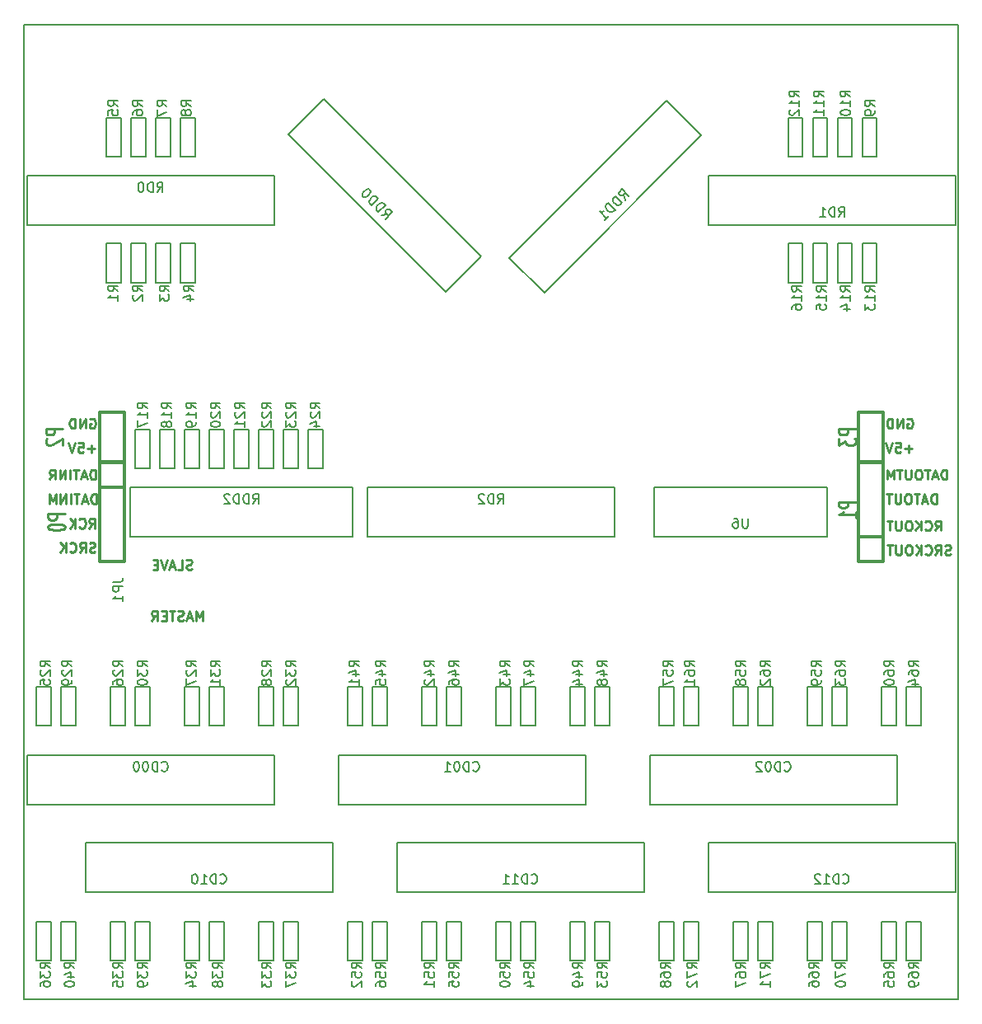
<source format=gbo>
G04 (created by PCBNEW (2013-07-07 BZR 4022)-stable) date 2/5/2014 11:08:06 AM*
%MOIN*%
G04 Gerber Fmt 3.4, Leading zero omitted, Abs format*
%FSLAX34Y34*%
G01*
G70*
G90*
G04 APERTURE LIST*
%ADD10C,0.00590551*%
%ADD11C,0.00984252*%
%ADD12C,0.012*%
%ADD13C,0.0107*%
%ADD14C,0.0393701*%
%ADD15R,0.0393701X0.0393701*%
%ADD16R,0.055X0.055*%
%ADD17C,0.055*%
%ADD18R,0.0787402X0.055*%
%ADD19R,0.0787402X0.0393701*%
G04 APERTURE END LIST*
G54D10*
G54D11*
X13512Y-29982D02*
X13512Y-29588D01*
X13381Y-29869D01*
X13249Y-29588D01*
X13249Y-29982D01*
X13081Y-29869D02*
X12893Y-29869D01*
X13118Y-29982D02*
X12987Y-29588D01*
X12856Y-29982D01*
X12743Y-29963D02*
X12687Y-29982D01*
X12593Y-29982D01*
X12556Y-29963D01*
X12537Y-29944D01*
X12518Y-29907D01*
X12518Y-29869D01*
X12537Y-29832D01*
X12556Y-29813D01*
X12593Y-29794D01*
X12668Y-29775D01*
X12706Y-29757D01*
X12724Y-29738D01*
X12743Y-29700D01*
X12743Y-29663D01*
X12724Y-29625D01*
X12706Y-29607D01*
X12668Y-29588D01*
X12574Y-29588D01*
X12518Y-29607D01*
X12406Y-29588D02*
X12181Y-29588D01*
X12293Y-29982D02*
X12293Y-29588D01*
X12050Y-29775D02*
X11918Y-29775D01*
X11862Y-29982D02*
X12050Y-29982D01*
X12050Y-29588D01*
X11862Y-29588D01*
X11468Y-29982D02*
X11600Y-29794D01*
X11693Y-29982D02*
X11693Y-29588D01*
X11543Y-29588D01*
X11506Y-29607D01*
X11487Y-29625D01*
X11468Y-29663D01*
X11468Y-29719D01*
X11487Y-29757D01*
X11506Y-29775D01*
X11543Y-29794D01*
X11693Y-29794D01*
X13090Y-27896D02*
X13034Y-27915D01*
X12940Y-27915D01*
X12903Y-27896D01*
X12884Y-27877D01*
X12865Y-27840D01*
X12865Y-27802D01*
X12884Y-27765D01*
X12903Y-27746D01*
X12940Y-27727D01*
X13015Y-27709D01*
X13053Y-27690D01*
X13071Y-27671D01*
X13090Y-27634D01*
X13090Y-27596D01*
X13071Y-27559D01*
X13053Y-27540D01*
X13015Y-27521D01*
X12921Y-27521D01*
X12865Y-27540D01*
X12509Y-27915D02*
X12696Y-27915D01*
X12696Y-27521D01*
X12396Y-27802D02*
X12209Y-27802D01*
X12434Y-27915D02*
X12303Y-27521D01*
X12171Y-27915D01*
X12096Y-27521D02*
X11965Y-27915D01*
X11834Y-27521D01*
X11703Y-27709D02*
X11571Y-27709D01*
X11515Y-27915D02*
X11703Y-27915D01*
X11703Y-27521D01*
X11515Y-27521D01*
X9167Y-27207D02*
X9111Y-27226D01*
X9017Y-27226D01*
X8980Y-27207D01*
X8961Y-27188D01*
X8942Y-27151D01*
X8942Y-27113D01*
X8961Y-27076D01*
X8980Y-27057D01*
X9017Y-27038D01*
X9092Y-27020D01*
X9130Y-27001D01*
X9148Y-26982D01*
X9167Y-26945D01*
X9167Y-26907D01*
X9148Y-26870D01*
X9130Y-26851D01*
X9092Y-26832D01*
X8998Y-26832D01*
X8942Y-26851D01*
X8548Y-27226D02*
X8680Y-27038D01*
X8773Y-27226D02*
X8773Y-26832D01*
X8623Y-26832D01*
X8586Y-26851D01*
X8567Y-26870D01*
X8548Y-26907D01*
X8548Y-26963D01*
X8567Y-27001D01*
X8586Y-27020D01*
X8623Y-27038D01*
X8773Y-27038D01*
X8155Y-27188D02*
X8173Y-27207D01*
X8230Y-27226D01*
X8267Y-27226D01*
X8323Y-27207D01*
X8361Y-27170D01*
X8380Y-27132D01*
X8398Y-27057D01*
X8398Y-27001D01*
X8380Y-26926D01*
X8361Y-26888D01*
X8323Y-26851D01*
X8267Y-26832D01*
X8230Y-26832D01*
X8173Y-26851D01*
X8155Y-26870D01*
X7986Y-27226D02*
X7986Y-26832D01*
X7761Y-27226D02*
X7930Y-27001D01*
X7761Y-26832D02*
X7986Y-27057D01*
X8933Y-26242D02*
X9064Y-26054D01*
X9158Y-26242D02*
X9158Y-25848D01*
X9008Y-25848D01*
X8970Y-25867D01*
X8952Y-25885D01*
X8933Y-25923D01*
X8933Y-25979D01*
X8952Y-26017D01*
X8970Y-26035D01*
X9008Y-26054D01*
X9158Y-26054D01*
X8539Y-26204D02*
X8558Y-26223D01*
X8614Y-26242D01*
X8652Y-26242D01*
X8708Y-26223D01*
X8745Y-26185D01*
X8764Y-26148D01*
X8783Y-26073D01*
X8783Y-26017D01*
X8764Y-25942D01*
X8745Y-25904D01*
X8708Y-25867D01*
X8652Y-25848D01*
X8614Y-25848D01*
X8558Y-25867D01*
X8539Y-25885D01*
X8370Y-26242D02*
X8370Y-25848D01*
X8145Y-26242D02*
X8314Y-26017D01*
X8145Y-25848D02*
X8370Y-26073D01*
X9214Y-25257D02*
X9214Y-24864D01*
X9120Y-24864D01*
X9064Y-24882D01*
X9026Y-24920D01*
X9008Y-24957D01*
X8989Y-25032D01*
X8989Y-25089D01*
X9008Y-25164D01*
X9026Y-25201D01*
X9064Y-25239D01*
X9120Y-25257D01*
X9214Y-25257D01*
X8839Y-25145D02*
X8652Y-25145D01*
X8877Y-25257D02*
X8745Y-24864D01*
X8614Y-25257D01*
X8539Y-24864D02*
X8314Y-24864D01*
X8427Y-25257D02*
X8427Y-24864D01*
X8183Y-25257D02*
X8183Y-24864D01*
X7995Y-25257D02*
X7995Y-24864D01*
X7770Y-25257D01*
X7770Y-24864D01*
X7583Y-25257D02*
X7583Y-24864D01*
X7452Y-25145D01*
X7320Y-24864D01*
X7320Y-25257D01*
X9186Y-24273D02*
X9186Y-23879D01*
X9092Y-23879D01*
X9036Y-23898D01*
X8998Y-23936D01*
X8980Y-23973D01*
X8961Y-24048D01*
X8961Y-24104D01*
X8980Y-24179D01*
X8998Y-24217D01*
X9036Y-24254D01*
X9092Y-24273D01*
X9186Y-24273D01*
X8811Y-24161D02*
X8623Y-24161D01*
X8848Y-24273D02*
X8717Y-23879D01*
X8586Y-24273D01*
X8511Y-23879D02*
X8286Y-23879D01*
X8398Y-24273D02*
X8398Y-23879D01*
X8155Y-24273D02*
X8155Y-23879D01*
X7967Y-24273D02*
X7967Y-23879D01*
X7742Y-24273D01*
X7742Y-23879D01*
X7330Y-24273D02*
X7461Y-24086D01*
X7555Y-24273D02*
X7555Y-23879D01*
X7405Y-23879D01*
X7367Y-23898D01*
X7349Y-23917D01*
X7330Y-23954D01*
X7330Y-24011D01*
X7349Y-24048D01*
X7367Y-24067D01*
X7405Y-24086D01*
X7555Y-24086D01*
X9167Y-23040D02*
X8867Y-23040D01*
X9017Y-23190D02*
X9017Y-22890D01*
X8492Y-22797D02*
X8680Y-22797D01*
X8698Y-22984D01*
X8680Y-22965D01*
X8642Y-22947D01*
X8548Y-22947D01*
X8511Y-22965D01*
X8492Y-22984D01*
X8473Y-23022D01*
X8473Y-23115D01*
X8492Y-23153D01*
X8511Y-23172D01*
X8548Y-23190D01*
X8642Y-23190D01*
X8680Y-23172D01*
X8698Y-23153D01*
X8361Y-22797D02*
X8230Y-23190D01*
X8098Y-22797D01*
X8961Y-21831D02*
X8998Y-21812D01*
X9055Y-21812D01*
X9111Y-21831D01*
X9148Y-21869D01*
X9167Y-21906D01*
X9186Y-21981D01*
X9186Y-22037D01*
X9167Y-22112D01*
X9148Y-22150D01*
X9111Y-22187D01*
X9055Y-22206D01*
X9017Y-22206D01*
X8961Y-22187D01*
X8942Y-22169D01*
X8942Y-22037D01*
X9017Y-22037D01*
X8773Y-22206D02*
X8773Y-21812D01*
X8548Y-22206D01*
X8548Y-21812D01*
X8361Y-22206D02*
X8361Y-21812D01*
X8267Y-21812D01*
X8211Y-21831D01*
X8173Y-21869D01*
X8155Y-21906D01*
X8136Y-21981D01*
X8136Y-22037D01*
X8155Y-22112D01*
X8173Y-22150D01*
X8211Y-22187D01*
X8267Y-22206D01*
X8361Y-22206D01*
X43785Y-27305D02*
X43728Y-27324D01*
X43635Y-27324D01*
X43597Y-27305D01*
X43578Y-27287D01*
X43560Y-27249D01*
X43560Y-27212D01*
X43578Y-27174D01*
X43597Y-27155D01*
X43635Y-27137D01*
X43710Y-27118D01*
X43747Y-27099D01*
X43766Y-27080D01*
X43785Y-27043D01*
X43785Y-27005D01*
X43766Y-26968D01*
X43747Y-26949D01*
X43710Y-26931D01*
X43616Y-26931D01*
X43560Y-26949D01*
X43166Y-27324D02*
X43297Y-27137D01*
X43391Y-27324D02*
X43391Y-26931D01*
X43241Y-26931D01*
X43203Y-26949D01*
X43185Y-26968D01*
X43166Y-27005D01*
X43166Y-27062D01*
X43185Y-27099D01*
X43203Y-27118D01*
X43241Y-27137D01*
X43391Y-27137D01*
X42772Y-27287D02*
X42791Y-27305D01*
X42847Y-27324D01*
X42885Y-27324D01*
X42941Y-27305D01*
X42979Y-27268D01*
X42997Y-27230D01*
X43016Y-27155D01*
X43016Y-27099D01*
X42997Y-27024D01*
X42979Y-26987D01*
X42941Y-26949D01*
X42885Y-26931D01*
X42847Y-26931D01*
X42791Y-26949D01*
X42772Y-26968D01*
X42604Y-27324D02*
X42604Y-26931D01*
X42379Y-27324D02*
X42547Y-27099D01*
X42379Y-26931D02*
X42604Y-27155D01*
X42135Y-26931D02*
X42060Y-26931D01*
X42022Y-26949D01*
X41985Y-26987D01*
X41966Y-27062D01*
X41966Y-27193D01*
X41985Y-27268D01*
X42022Y-27305D01*
X42060Y-27324D01*
X42135Y-27324D01*
X42172Y-27305D01*
X42210Y-27268D01*
X42229Y-27193D01*
X42229Y-27062D01*
X42210Y-26987D01*
X42172Y-26949D01*
X42135Y-26931D01*
X41797Y-26931D02*
X41797Y-27249D01*
X41779Y-27287D01*
X41760Y-27305D01*
X41722Y-27324D01*
X41647Y-27324D01*
X41610Y-27305D01*
X41591Y-27287D01*
X41572Y-27249D01*
X41572Y-26931D01*
X41441Y-26931D02*
X41216Y-26931D01*
X41329Y-27324D02*
X41329Y-26931D01*
X43157Y-26340D02*
X43288Y-26152D01*
X43382Y-26340D02*
X43382Y-25946D01*
X43232Y-25946D01*
X43194Y-25965D01*
X43175Y-25984D01*
X43157Y-26021D01*
X43157Y-26077D01*
X43175Y-26115D01*
X43194Y-26134D01*
X43232Y-26152D01*
X43382Y-26152D01*
X42763Y-26302D02*
X42782Y-26321D01*
X42838Y-26340D01*
X42875Y-26340D01*
X42932Y-26321D01*
X42969Y-26284D01*
X42988Y-26246D01*
X43007Y-26171D01*
X43007Y-26115D01*
X42988Y-26040D01*
X42969Y-26002D01*
X42932Y-25965D01*
X42875Y-25946D01*
X42838Y-25946D01*
X42782Y-25965D01*
X42763Y-25984D01*
X42594Y-26340D02*
X42594Y-25946D01*
X42369Y-26340D02*
X42538Y-26115D01*
X42369Y-25946D02*
X42594Y-26171D01*
X42125Y-25946D02*
X42050Y-25946D01*
X42013Y-25965D01*
X41976Y-26002D01*
X41957Y-26077D01*
X41957Y-26209D01*
X41976Y-26284D01*
X42013Y-26321D01*
X42050Y-26340D01*
X42125Y-26340D01*
X42163Y-26321D01*
X42200Y-26284D01*
X42219Y-26209D01*
X42219Y-26077D01*
X42200Y-26002D01*
X42163Y-25965D01*
X42125Y-25946D01*
X41788Y-25946D02*
X41788Y-26265D01*
X41769Y-26302D01*
X41751Y-26321D01*
X41713Y-26340D01*
X41638Y-26340D01*
X41601Y-26321D01*
X41582Y-26302D01*
X41563Y-26265D01*
X41563Y-25946D01*
X41432Y-25946D02*
X41207Y-25946D01*
X41319Y-26340D02*
X41319Y-25946D01*
X43208Y-25257D02*
X43208Y-24864D01*
X43114Y-24864D01*
X43058Y-24882D01*
X43021Y-24920D01*
X43002Y-24957D01*
X42983Y-25032D01*
X42983Y-25089D01*
X43002Y-25164D01*
X43021Y-25201D01*
X43058Y-25239D01*
X43114Y-25257D01*
X43208Y-25257D01*
X42833Y-25145D02*
X42646Y-25145D01*
X42871Y-25257D02*
X42739Y-24864D01*
X42608Y-25257D01*
X42533Y-24864D02*
X42308Y-24864D01*
X42421Y-25257D02*
X42421Y-24864D01*
X42102Y-24864D02*
X42027Y-24864D01*
X41990Y-24882D01*
X41952Y-24920D01*
X41933Y-24995D01*
X41933Y-25126D01*
X41952Y-25201D01*
X41990Y-25239D01*
X42027Y-25257D01*
X42102Y-25257D01*
X42140Y-25239D01*
X42177Y-25201D01*
X42196Y-25126D01*
X42196Y-24995D01*
X42177Y-24920D01*
X42140Y-24882D01*
X42102Y-24864D01*
X41765Y-24864D02*
X41765Y-25182D01*
X41746Y-25220D01*
X41727Y-25239D01*
X41690Y-25257D01*
X41615Y-25257D01*
X41577Y-25239D01*
X41558Y-25220D01*
X41540Y-25182D01*
X41540Y-24864D01*
X41408Y-24864D02*
X41183Y-24864D01*
X41296Y-25257D02*
X41296Y-24864D01*
X43630Y-24273D02*
X43630Y-23879D01*
X43536Y-23879D01*
X43480Y-23898D01*
X43443Y-23936D01*
X43424Y-23973D01*
X43405Y-24048D01*
X43405Y-24104D01*
X43424Y-24179D01*
X43443Y-24217D01*
X43480Y-24254D01*
X43536Y-24273D01*
X43630Y-24273D01*
X43255Y-24161D02*
X43068Y-24161D01*
X43293Y-24273D02*
X43161Y-23879D01*
X43030Y-24273D01*
X42955Y-23879D02*
X42730Y-23879D01*
X42843Y-24273D02*
X42843Y-23879D01*
X42524Y-23879D02*
X42449Y-23879D01*
X42411Y-23898D01*
X42374Y-23936D01*
X42355Y-24011D01*
X42355Y-24142D01*
X42374Y-24217D01*
X42411Y-24254D01*
X42449Y-24273D01*
X42524Y-24273D01*
X42561Y-24254D01*
X42599Y-24217D01*
X42618Y-24142D01*
X42618Y-24011D01*
X42599Y-23936D01*
X42561Y-23898D01*
X42524Y-23879D01*
X42186Y-23879D02*
X42186Y-24198D01*
X42168Y-24236D01*
X42149Y-24254D01*
X42111Y-24273D01*
X42036Y-24273D01*
X41999Y-24254D01*
X41980Y-24236D01*
X41961Y-24198D01*
X41961Y-23879D01*
X41830Y-23879D02*
X41605Y-23879D01*
X41718Y-24273D02*
X41718Y-23879D01*
X41474Y-24273D02*
X41474Y-23879D01*
X41343Y-24161D01*
X41212Y-23879D01*
X41212Y-24273D01*
X42238Y-23040D02*
X41938Y-23040D01*
X42088Y-23190D02*
X42088Y-22890D01*
X41563Y-22797D02*
X41751Y-22797D01*
X41769Y-22984D01*
X41751Y-22965D01*
X41713Y-22947D01*
X41619Y-22947D01*
X41582Y-22965D01*
X41563Y-22984D01*
X41544Y-23022D01*
X41544Y-23115D01*
X41563Y-23153D01*
X41582Y-23172D01*
X41619Y-23190D01*
X41713Y-23190D01*
X41751Y-23172D01*
X41769Y-23153D01*
X41432Y-22797D02*
X41301Y-23190D01*
X41169Y-22797D01*
X42032Y-21831D02*
X42069Y-21812D01*
X42125Y-21812D01*
X42182Y-21831D01*
X42219Y-21869D01*
X42238Y-21906D01*
X42257Y-21981D01*
X42257Y-22037D01*
X42238Y-22112D01*
X42219Y-22150D01*
X42182Y-22187D01*
X42125Y-22206D01*
X42088Y-22206D01*
X42032Y-22187D01*
X42013Y-22169D01*
X42013Y-22037D01*
X42088Y-22037D01*
X41844Y-22206D02*
X41844Y-21812D01*
X41619Y-22206D01*
X41619Y-21812D01*
X41432Y-22206D02*
X41432Y-21812D01*
X41338Y-21812D01*
X41282Y-21831D01*
X41244Y-21869D01*
X41226Y-21906D01*
X41207Y-21981D01*
X41207Y-22037D01*
X41226Y-22112D01*
X41244Y-22150D01*
X41282Y-22187D01*
X41338Y-22206D01*
X41432Y-22206D01*
G54D10*
X6299Y-45275D02*
X6299Y-5905D01*
X44094Y-45275D02*
X6299Y-45275D01*
X44094Y-5905D02*
X44094Y-45275D01*
X6299Y-5905D02*
X44094Y-5905D01*
X38791Y-24585D02*
X31791Y-24585D01*
X31791Y-24585D02*
X31791Y-26585D01*
X31791Y-26585D02*
X38791Y-26585D01*
X38791Y-26585D02*
X38791Y-24585D01*
X37208Y-10049D02*
X37208Y-9655D01*
X37799Y-9655D02*
X37799Y-10049D01*
X37799Y-9655D02*
X37208Y-9655D01*
X37799Y-11230D02*
X37799Y-10049D01*
X37208Y-10049D02*
X37208Y-11230D01*
X37208Y-11230D02*
X37799Y-11230D01*
X38208Y-10049D02*
X38208Y-9655D01*
X38799Y-9655D02*
X38799Y-10049D01*
X38799Y-9655D02*
X38208Y-9655D01*
X38799Y-11230D02*
X38799Y-10049D01*
X38208Y-10049D02*
X38208Y-11230D01*
X38208Y-11230D02*
X38799Y-11230D01*
X39208Y-10049D02*
X39208Y-9655D01*
X39799Y-9655D02*
X39799Y-10049D01*
X39799Y-9655D02*
X39208Y-9655D01*
X39799Y-11230D02*
X39799Y-10049D01*
X39208Y-10049D02*
X39208Y-11230D01*
X39208Y-11230D02*
X39799Y-11230D01*
X40208Y-10049D02*
X40208Y-9655D01*
X40799Y-9655D02*
X40799Y-10049D01*
X40799Y-9655D02*
X40208Y-9655D01*
X40799Y-11230D02*
X40799Y-10049D01*
X40208Y-10049D02*
X40208Y-11230D01*
X40208Y-11230D02*
X40799Y-11230D01*
X17799Y-22649D02*
X17799Y-22255D01*
X18389Y-22255D02*
X18389Y-22649D01*
X18389Y-22255D02*
X17799Y-22255D01*
X18389Y-23830D02*
X18389Y-22649D01*
X17799Y-22649D02*
X17799Y-23830D01*
X17799Y-23830D02*
X18389Y-23830D01*
X16799Y-22649D02*
X16799Y-22255D01*
X17389Y-22255D02*
X17389Y-22649D01*
X17389Y-22255D02*
X16799Y-22255D01*
X17389Y-23830D02*
X17389Y-22649D01*
X16799Y-22649D02*
X16799Y-23830D01*
X16799Y-23830D02*
X17389Y-23830D01*
X15799Y-22649D02*
X15799Y-22255D01*
X16389Y-22255D02*
X16389Y-22649D01*
X16389Y-22255D02*
X15799Y-22255D01*
X16389Y-23830D02*
X16389Y-22649D01*
X15799Y-22649D02*
X15799Y-23830D01*
X15799Y-23830D02*
X16389Y-23830D01*
X14799Y-22649D02*
X14799Y-22255D01*
X15389Y-22255D02*
X15389Y-22649D01*
X15389Y-22255D02*
X14799Y-22255D01*
X15389Y-23830D02*
X15389Y-22649D01*
X14799Y-22649D02*
X14799Y-23830D01*
X14799Y-23830D02*
X15389Y-23830D01*
X13799Y-22649D02*
X13799Y-22255D01*
X14389Y-22255D02*
X14389Y-22649D01*
X14389Y-22255D02*
X13799Y-22255D01*
X14389Y-23830D02*
X14389Y-22649D01*
X13799Y-22649D02*
X13799Y-23830D01*
X13799Y-23830D02*
X14389Y-23830D01*
X12799Y-22649D02*
X12799Y-22255D01*
X13389Y-22255D02*
X13389Y-22649D01*
X13389Y-22255D02*
X12799Y-22255D01*
X13389Y-23830D02*
X13389Y-22649D01*
X12799Y-22649D02*
X12799Y-23830D01*
X12799Y-23830D02*
X13389Y-23830D01*
X11799Y-22649D02*
X11799Y-22255D01*
X12389Y-22255D02*
X12389Y-22649D01*
X12389Y-22255D02*
X11799Y-22255D01*
X12389Y-23830D02*
X12389Y-22649D01*
X11799Y-22649D02*
X11799Y-23830D01*
X11799Y-23830D02*
X12389Y-23830D01*
X10799Y-22649D02*
X10799Y-22255D01*
X11389Y-22255D02*
X11389Y-22649D01*
X11389Y-22255D02*
X10799Y-22255D01*
X11389Y-23830D02*
X11389Y-22649D01*
X10799Y-22649D02*
X10799Y-23830D01*
X10799Y-23830D02*
X11389Y-23830D01*
X37799Y-15921D02*
X37799Y-16314D01*
X37208Y-16314D02*
X37208Y-15921D01*
X37208Y-16314D02*
X37799Y-16314D01*
X37208Y-14740D02*
X37208Y-15921D01*
X37799Y-15921D02*
X37799Y-14740D01*
X37799Y-14740D02*
X37208Y-14740D01*
X38799Y-15921D02*
X38799Y-16314D01*
X38208Y-16314D02*
X38208Y-15921D01*
X38208Y-16314D02*
X38799Y-16314D01*
X38208Y-14740D02*
X38208Y-15921D01*
X38799Y-15921D02*
X38799Y-14740D01*
X38799Y-14740D02*
X38208Y-14740D01*
X39799Y-15921D02*
X39799Y-16314D01*
X39208Y-16314D02*
X39208Y-15921D01*
X39208Y-16314D02*
X39799Y-16314D01*
X39208Y-14740D02*
X39208Y-15921D01*
X39799Y-15921D02*
X39799Y-14740D01*
X39799Y-14740D02*
X39208Y-14740D01*
X40799Y-15921D02*
X40799Y-16314D01*
X40208Y-16314D02*
X40208Y-15921D01*
X40208Y-16314D02*
X40799Y-16314D01*
X40208Y-14740D02*
X40208Y-15921D01*
X40799Y-15921D02*
X40799Y-14740D01*
X40799Y-14740D02*
X40208Y-14740D01*
X12622Y-10049D02*
X12622Y-9655D01*
X13212Y-9655D02*
X13212Y-10049D01*
X13212Y-9655D02*
X12622Y-9655D01*
X13212Y-11230D02*
X13212Y-10049D01*
X12622Y-10049D02*
X12622Y-11230D01*
X12622Y-11230D02*
X13212Y-11230D01*
X11622Y-10049D02*
X11622Y-9655D01*
X12212Y-9655D02*
X12212Y-10049D01*
X12212Y-9655D02*
X11622Y-9655D01*
X12212Y-11230D02*
X12212Y-10049D01*
X11622Y-10049D02*
X11622Y-11230D01*
X11622Y-11230D02*
X12212Y-11230D01*
X10622Y-10049D02*
X10622Y-9655D01*
X11212Y-9655D02*
X11212Y-10049D01*
X11212Y-9655D02*
X10622Y-9655D01*
X11212Y-11230D02*
X11212Y-10049D01*
X10622Y-10049D02*
X10622Y-11230D01*
X10622Y-11230D02*
X11212Y-11230D01*
X9622Y-10049D02*
X9622Y-9655D01*
X10212Y-9655D02*
X10212Y-10049D01*
X10212Y-9655D02*
X9622Y-9655D01*
X10212Y-11230D02*
X10212Y-10049D01*
X9622Y-10049D02*
X9622Y-11230D01*
X9622Y-11230D02*
X10212Y-11230D01*
X13212Y-15921D02*
X13212Y-16314D01*
X12622Y-16314D02*
X12622Y-15921D01*
X12622Y-16314D02*
X13212Y-16314D01*
X12622Y-14740D02*
X12622Y-15921D01*
X13212Y-15921D02*
X13212Y-14740D01*
X13212Y-14740D02*
X12622Y-14740D01*
X12212Y-15921D02*
X12212Y-16314D01*
X11622Y-16314D02*
X11622Y-15921D01*
X11622Y-16314D02*
X12212Y-16314D01*
X11622Y-14740D02*
X11622Y-15921D01*
X12212Y-15921D02*
X12212Y-14740D01*
X12212Y-14740D02*
X11622Y-14740D01*
X11212Y-15921D02*
X11212Y-16314D01*
X10622Y-16314D02*
X10622Y-15921D01*
X10622Y-16314D02*
X11212Y-16314D01*
X10622Y-14740D02*
X10622Y-15921D01*
X11212Y-15921D02*
X11212Y-14740D01*
X11212Y-14740D02*
X10622Y-14740D01*
X10212Y-15921D02*
X10212Y-16314D01*
X9622Y-16314D02*
X9622Y-15921D01*
X9622Y-16314D02*
X10212Y-16314D01*
X9622Y-14740D02*
X9622Y-15921D01*
X10212Y-15921D02*
X10212Y-14740D01*
X10212Y-14740D02*
X9622Y-14740D01*
X24782Y-15270D02*
X18418Y-8906D01*
X18418Y-8906D02*
X17004Y-10320D01*
X17004Y-10320D02*
X23368Y-16684D01*
X23368Y-16684D02*
X24782Y-15270D01*
X10594Y-26590D02*
X19594Y-26590D01*
X19594Y-26590D02*
X19594Y-24590D01*
X19594Y-24590D02*
X10594Y-24590D01*
X10594Y-24590D02*
X10594Y-26590D01*
X32292Y-8946D02*
X25928Y-15310D01*
X25928Y-15310D02*
X27342Y-16724D01*
X27342Y-16724D02*
X33706Y-10360D01*
X33706Y-10360D02*
X32292Y-8946D01*
X6417Y-11992D02*
X16417Y-11992D01*
X16417Y-11992D02*
X16417Y-13992D01*
X16417Y-13992D02*
X6417Y-13992D01*
X6417Y-13992D02*
X6417Y-11992D01*
X19015Y-35417D02*
X29015Y-35417D01*
X29015Y-35417D02*
X29015Y-37417D01*
X29015Y-37417D02*
X19015Y-37417D01*
X19015Y-37417D02*
X19015Y-35417D01*
X31377Y-40960D02*
X21377Y-40960D01*
X21377Y-40960D02*
X21377Y-38960D01*
X21377Y-38960D02*
X31377Y-38960D01*
X31377Y-38960D02*
X31377Y-40960D01*
X31614Y-35417D02*
X41614Y-35417D01*
X41614Y-35417D02*
X41614Y-37417D01*
X41614Y-37417D02*
X31614Y-37417D01*
X31614Y-37417D02*
X31614Y-35417D01*
X43976Y-40960D02*
X33976Y-40960D01*
X33976Y-40960D02*
X33976Y-38960D01*
X33976Y-38960D02*
X43976Y-38960D01*
X43976Y-38960D02*
X43976Y-40960D01*
X18779Y-40960D02*
X8779Y-40960D01*
X8779Y-40960D02*
X8779Y-38960D01*
X8779Y-38960D02*
X18779Y-38960D01*
X18779Y-38960D02*
X18779Y-40960D01*
X44003Y-13992D02*
X34003Y-13992D01*
X34003Y-13992D02*
X34003Y-11992D01*
X34003Y-11992D02*
X44003Y-11992D01*
X44003Y-11992D02*
X44003Y-13992D01*
X20192Y-24590D02*
X30192Y-24590D01*
X30192Y-24590D02*
X30192Y-26590D01*
X30192Y-26590D02*
X20192Y-26590D01*
X20192Y-26590D02*
X20192Y-24590D01*
X6417Y-35417D02*
X16417Y-35417D01*
X16417Y-35417D02*
X16417Y-37417D01*
X16417Y-37417D02*
X6417Y-37417D01*
X6417Y-37417D02*
X6417Y-35417D01*
G54D12*
X10342Y-21547D02*
X9342Y-21547D01*
X9342Y-21547D02*
X9342Y-23547D01*
X9342Y-23547D02*
X10342Y-23547D01*
X10342Y-23547D02*
X10342Y-21547D01*
X40051Y-23547D02*
X41051Y-23547D01*
X41051Y-23547D02*
X41051Y-21547D01*
X41051Y-21547D02*
X40051Y-21547D01*
X40051Y-21547D02*
X40051Y-23547D01*
G54D10*
X19992Y-33842D02*
X19992Y-34236D01*
X19401Y-34236D02*
X19401Y-33842D01*
X19401Y-34236D02*
X19992Y-34236D01*
X19401Y-32661D02*
X19401Y-33842D01*
X19992Y-33842D02*
X19992Y-32661D01*
X19992Y-32661D02*
X19401Y-32661D01*
X14389Y-43322D02*
X14389Y-43716D01*
X13799Y-43716D02*
X13799Y-43322D01*
X13799Y-43716D02*
X14389Y-43716D01*
X13799Y-42141D02*
X13799Y-43322D01*
X14389Y-43322D02*
X14389Y-42141D01*
X14389Y-42141D02*
X13799Y-42141D01*
X20988Y-43322D02*
X20988Y-43716D01*
X20397Y-43716D02*
X20397Y-43322D01*
X20397Y-43716D02*
X20988Y-43716D01*
X20397Y-42141D02*
X20397Y-43322D01*
X20988Y-43322D02*
X20988Y-42141D01*
X20988Y-42141D02*
X20397Y-42141D01*
X23988Y-43322D02*
X23988Y-43716D01*
X23397Y-43716D02*
X23397Y-43322D01*
X23397Y-43716D02*
X23988Y-43716D01*
X23397Y-42141D02*
X23397Y-43322D01*
X23988Y-43322D02*
X23988Y-42141D01*
X23988Y-42141D02*
X23397Y-42141D01*
X26988Y-43322D02*
X26988Y-43716D01*
X26397Y-43716D02*
X26397Y-43322D01*
X26397Y-43716D02*
X26988Y-43716D01*
X26397Y-42141D02*
X26397Y-43322D01*
X26988Y-43322D02*
X26988Y-42141D01*
X26988Y-42141D02*
X26397Y-42141D01*
X29988Y-43322D02*
X29988Y-43716D01*
X29397Y-43716D02*
X29397Y-43322D01*
X29397Y-43716D02*
X29988Y-43716D01*
X29397Y-42141D02*
X29397Y-43322D01*
X29988Y-43322D02*
X29988Y-42141D01*
X29988Y-42141D02*
X29397Y-42141D01*
X29988Y-33842D02*
X29988Y-34236D01*
X29397Y-34236D02*
X29397Y-33842D01*
X29397Y-34236D02*
X29988Y-34236D01*
X29397Y-32661D02*
X29397Y-33842D01*
X29988Y-33842D02*
X29988Y-32661D01*
X29988Y-32661D02*
X29397Y-32661D01*
X26988Y-33842D02*
X26988Y-34236D01*
X26397Y-34236D02*
X26397Y-33842D01*
X26397Y-34236D02*
X26988Y-34236D01*
X26397Y-32661D02*
X26397Y-33842D01*
X26988Y-33842D02*
X26988Y-32661D01*
X26988Y-32661D02*
X26397Y-32661D01*
X23988Y-33842D02*
X23988Y-34236D01*
X23397Y-34236D02*
X23397Y-33842D01*
X23397Y-34236D02*
X23988Y-34236D01*
X23397Y-32661D02*
X23397Y-33842D01*
X23988Y-33842D02*
X23988Y-32661D01*
X23988Y-32661D02*
X23397Y-32661D01*
X20988Y-33842D02*
X20988Y-34236D01*
X20397Y-34236D02*
X20397Y-33842D01*
X20397Y-34236D02*
X20988Y-34236D01*
X20397Y-32661D02*
X20397Y-33842D01*
X20988Y-33842D02*
X20988Y-32661D01*
X20988Y-32661D02*
X20397Y-32661D01*
X11389Y-43322D02*
X11389Y-43716D01*
X10799Y-43716D02*
X10799Y-43322D01*
X10799Y-43716D02*
X11389Y-43716D01*
X10799Y-42141D02*
X10799Y-43322D01*
X11389Y-43322D02*
X11389Y-42141D01*
X11389Y-42141D02*
X10799Y-42141D01*
X32586Y-43322D02*
X32586Y-43716D01*
X31996Y-43716D02*
X31996Y-43322D01*
X31996Y-43716D02*
X32586Y-43716D01*
X31996Y-42141D02*
X31996Y-43322D01*
X32586Y-43322D02*
X32586Y-42141D01*
X32586Y-42141D02*
X31996Y-42141D01*
X35586Y-43322D02*
X35586Y-43716D01*
X34996Y-43716D02*
X34996Y-43322D01*
X34996Y-43716D02*
X35586Y-43716D01*
X34996Y-42141D02*
X34996Y-43322D01*
X35586Y-43322D02*
X35586Y-42141D01*
X35586Y-42141D02*
X34996Y-42141D01*
X38586Y-43322D02*
X38586Y-43716D01*
X37996Y-43716D02*
X37996Y-43322D01*
X37996Y-43716D02*
X38586Y-43716D01*
X37996Y-42141D02*
X37996Y-43322D01*
X38586Y-43322D02*
X38586Y-42141D01*
X38586Y-42141D02*
X37996Y-42141D01*
X41586Y-43322D02*
X41586Y-43716D01*
X40996Y-43716D02*
X40996Y-43322D01*
X40996Y-43716D02*
X41586Y-43716D01*
X40996Y-42141D02*
X40996Y-43322D01*
X41586Y-43322D02*
X41586Y-42141D01*
X41586Y-42141D02*
X40996Y-42141D01*
X41586Y-33842D02*
X41586Y-34236D01*
X40996Y-34236D02*
X40996Y-33842D01*
X40996Y-34236D02*
X41586Y-34236D01*
X40996Y-32661D02*
X40996Y-33842D01*
X41586Y-33842D02*
X41586Y-32661D01*
X41586Y-32661D02*
X40996Y-32661D01*
X38586Y-33842D02*
X38586Y-34236D01*
X37996Y-34236D02*
X37996Y-33842D01*
X37996Y-34236D02*
X38586Y-34236D01*
X37996Y-32661D02*
X37996Y-33842D01*
X38586Y-33842D02*
X38586Y-32661D01*
X38586Y-32661D02*
X37996Y-32661D01*
X35586Y-33842D02*
X35586Y-34236D01*
X34996Y-34236D02*
X34996Y-33842D01*
X34996Y-34236D02*
X35586Y-34236D01*
X34996Y-32661D02*
X34996Y-33842D01*
X35586Y-33842D02*
X35586Y-32661D01*
X35586Y-32661D02*
X34996Y-32661D01*
X32590Y-33842D02*
X32590Y-34236D01*
X32000Y-34236D02*
X32000Y-33842D01*
X32000Y-34236D02*
X32590Y-34236D01*
X32000Y-32661D02*
X32000Y-33842D01*
X32590Y-33842D02*
X32590Y-32661D01*
X32590Y-32661D02*
X32000Y-32661D01*
X8389Y-43322D02*
X8389Y-43716D01*
X7799Y-43716D02*
X7799Y-43322D01*
X7799Y-43716D02*
X8389Y-43716D01*
X7799Y-42141D02*
X7799Y-43322D01*
X8389Y-43322D02*
X8389Y-42141D01*
X8389Y-42141D02*
X7799Y-42141D01*
X11389Y-33842D02*
X11389Y-34236D01*
X10799Y-34236D02*
X10799Y-33842D01*
X10799Y-34236D02*
X11389Y-34236D01*
X10799Y-32661D02*
X10799Y-33842D01*
X11389Y-33842D02*
X11389Y-32661D01*
X11389Y-32661D02*
X10799Y-32661D01*
X8389Y-33842D02*
X8389Y-34236D01*
X7799Y-34236D02*
X7799Y-33842D01*
X7799Y-34236D02*
X8389Y-34236D01*
X7799Y-32661D02*
X7799Y-33842D01*
X8389Y-33842D02*
X8389Y-32661D01*
X8389Y-32661D02*
X7799Y-32661D01*
X14389Y-33842D02*
X14389Y-34236D01*
X13799Y-34236D02*
X13799Y-33842D01*
X13799Y-34236D02*
X14389Y-34236D01*
X13799Y-32661D02*
X13799Y-33842D01*
X14389Y-33842D02*
X14389Y-32661D01*
X14389Y-32661D02*
X13799Y-32661D01*
X17389Y-33842D02*
X17389Y-34236D01*
X16799Y-34236D02*
X16799Y-33842D01*
X16799Y-34236D02*
X17389Y-34236D01*
X16799Y-32661D02*
X16799Y-33842D01*
X17389Y-33842D02*
X17389Y-32661D01*
X17389Y-32661D02*
X16799Y-32661D01*
X17389Y-43322D02*
X17389Y-43716D01*
X16799Y-43716D02*
X16799Y-43322D01*
X16799Y-43716D02*
X17389Y-43716D01*
X16799Y-42141D02*
X16799Y-43322D01*
X17389Y-43322D02*
X17389Y-42141D01*
X17389Y-42141D02*
X16799Y-42141D01*
X19988Y-43322D02*
X19988Y-43716D01*
X19397Y-43716D02*
X19397Y-43322D01*
X19397Y-43716D02*
X19988Y-43716D01*
X19397Y-42141D02*
X19397Y-43322D01*
X19988Y-43322D02*
X19988Y-42141D01*
X19988Y-42141D02*
X19397Y-42141D01*
X22988Y-43322D02*
X22988Y-43716D01*
X22397Y-43716D02*
X22397Y-43322D01*
X22397Y-43716D02*
X22988Y-43716D01*
X22397Y-42141D02*
X22397Y-43322D01*
X22988Y-43322D02*
X22988Y-42141D01*
X22988Y-42141D02*
X22397Y-42141D01*
X25988Y-43322D02*
X25988Y-43716D01*
X25397Y-43716D02*
X25397Y-43322D01*
X25397Y-43716D02*
X25988Y-43716D01*
X25397Y-42141D02*
X25397Y-43322D01*
X25988Y-43322D02*
X25988Y-42141D01*
X25988Y-42141D02*
X25397Y-42141D01*
X28988Y-43322D02*
X28988Y-43716D01*
X28397Y-43716D02*
X28397Y-43322D01*
X28397Y-43716D02*
X28988Y-43716D01*
X28397Y-42141D02*
X28397Y-43322D01*
X28988Y-43322D02*
X28988Y-42141D01*
X28988Y-42141D02*
X28397Y-42141D01*
X28988Y-33842D02*
X28988Y-34236D01*
X28397Y-34236D02*
X28397Y-33842D01*
X28397Y-34236D02*
X28988Y-34236D01*
X28397Y-32661D02*
X28397Y-33842D01*
X28988Y-33842D02*
X28988Y-32661D01*
X28988Y-32661D02*
X28397Y-32661D01*
X25988Y-33842D02*
X25988Y-34236D01*
X25397Y-34236D02*
X25397Y-33842D01*
X25397Y-34236D02*
X25988Y-34236D01*
X25397Y-32661D02*
X25397Y-33842D01*
X25988Y-33842D02*
X25988Y-32661D01*
X25988Y-32661D02*
X25397Y-32661D01*
X22988Y-33842D02*
X22988Y-34236D01*
X22397Y-34236D02*
X22397Y-33842D01*
X22397Y-34236D02*
X22988Y-34236D01*
X22397Y-32661D02*
X22397Y-33842D01*
X22988Y-33842D02*
X22988Y-32661D01*
X22988Y-32661D02*
X22397Y-32661D01*
X10389Y-43322D02*
X10389Y-43716D01*
X9799Y-43716D02*
X9799Y-43322D01*
X9799Y-43716D02*
X10389Y-43716D01*
X9799Y-42141D02*
X9799Y-43322D01*
X10389Y-43322D02*
X10389Y-42141D01*
X10389Y-42141D02*
X9799Y-42141D01*
X13389Y-43322D02*
X13389Y-43716D01*
X12799Y-43716D02*
X12799Y-43322D01*
X12799Y-43716D02*
X13389Y-43716D01*
X12799Y-42141D02*
X12799Y-43322D01*
X13389Y-43322D02*
X13389Y-42141D01*
X13389Y-42141D02*
X12799Y-42141D01*
X16389Y-43322D02*
X16389Y-43716D01*
X15799Y-43716D02*
X15799Y-43322D01*
X15799Y-43716D02*
X16389Y-43716D01*
X15799Y-42141D02*
X15799Y-43322D01*
X16389Y-43322D02*
X16389Y-42141D01*
X16389Y-42141D02*
X15799Y-42141D01*
X13389Y-33842D02*
X13389Y-34236D01*
X12799Y-34236D02*
X12799Y-33842D01*
X12799Y-34236D02*
X13389Y-34236D01*
X12799Y-32661D02*
X12799Y-33842D01*
X13389Y-33842D02*
X13389Y-32661D01*
X13389Y-32661D02*
X12799Y-32661D01*
X16389Y-33842D02*
X16389Y-34236D01*
X15799Y-34236D02*
X15799Y-33842D01*
X15799Y-34236D02*
X16389Y-34236D01*
X15799Y-32661D02*
X15799Y-33842D01*
X16389Y-33842D02*
X16389Y-32661D01*
X16389Y-32661D02*
X15799Y-32661D01*
X33586Y-43322D02*
X33586Y-43716D01*
X32996Y-43716D02*
X32996Y-43322D01*
X32996Y-43716D02*
X33586Y-43716D01*
X32996Y-42141D02*
X32996Y-43322D01*
X33586Y-43322D02*
X33586Y-42141D01*
X33586Y-42141D02*
X32996Y-42141D01*
X36586Y-43322D02*
X36586Y-43716D01*
X35996Y-43716D02*
X35996Y-43322D01*
X35996Y-43716D02*
X36586Y-43716D01*
X35996Y-42141D02*
X35996Y-43322D01*
X36586Y-43322D02*
X36586Y-42141D01*
X36586Y-42141D02*
X35996Y-42141D01*
X39586Y-43322D02*
X39586Y-43716D01*
X38996Y-43716D02*
X38996Y-43322D01*
X38996Y-43716D02*
X39586Y-43716D01*
X38996Y-42141D02*
X38996Y-43322D01*
X39586Y-43322D02*
X39586Y-42141D01*
X39586Y-42141D02*
X38996Y-42141D01*
X42586Y-43322D02*
X42586Y-43716D01*
X41996Y-43716D02*
X41996Y-43322D01*
X41996Y-43716D02*
X42586Y-43716D01*
X41996Y-42141D02*
X41996Y-43322D01*
X42586Y-43322D02*
X42586Y-42141D01*
X42586Y-42141D02*
X41996Y-42141D01*
X42586Y-33842D02*
X42586Y-34236D01*
X41996Y-34236D02*
X41996Y-33842D01*
X41996Y-34236D02*
X42586Y-34236D01*
X41996Y-32661D02*
X41996Y-33842D01*
X42586Y-33842D02*
X42586Y-32661D01*
X42586Y-32661D02*
X41996Y-32661D01*
X39586Y-33842D02*
X39586Y-34236D01*
X38996Y-34236D02*
X38996Y-33842D01*
X38996Y-34236D02*
X39586Y-34236D01*
X38996Y-32661D02*
X38996Y-33842D01*
X39586Y-33842D02*
X39586Y-32661D01*
X39586Y-32661D02*
X38996Y-32661D01*
X36586Y-33842D02*
X36586Y-34236D01*
X35996Y-34236D02*
X35996Y-33842D01*
X35996Y-34236D02*
X36586Y-34236D01*
X35996Y-32661D02*
X35996Y-33842D01*
X36586Y-33842D02*
X36586Y-32661D01*
X36586Y-32661D02*
X35996Y-32661D01*
X33586Y-33842D02*
X33586Y-34236D01*
X32996Y-34236D02*
X32996Y-33842D01*
X32996Y-34236D02*
X33586Y-34236D01*
X32996Y-32661D02*
X32996Y-33842D01*
X33586Y-33842D02*
X33586Y-32661D01*
X33586Y-32661D02*
X32996Y-32661D01*
X7393Y-33842D02*
X7393Y-34236D01*
X6803Y-34236D02*
X6803Y-33842D01*
X6803Y-34236D02*
X7393Y-34236D01*
X6803Y-32661D02*
X6803Y-33842D01*
X7393Y-33842D02*
X7393Y-32661D01*
X7393Y-32661D02*
X6803Y-32661D01*
X7389Y-43322D02*
X7389Y-43716D01*
X6799Y-43716D02*
X6799Y-43322D01*
X6799Y-43716D02*
X7389Y-43716D01*
X6799Y-42141D02*
X6799Y-43322D01*
X7389Y-43322D02*
X7389Y-42141D01*
X7389Y-42141D02*
X6799Y-42141D01*
X10389Y-33842D02*
X10389Y-34236D01*
X9799Y-34236D02*
X9799Y-33842D01*
X9799Y-34236D02*
X10389Y-34236D01*
X9799Y-32661D02*
X9799Y-33842D01*
X10389Y-33842D02*
X10389Y-32661D01*
X10389Y-32661D02*
X9799Y-32661D01*
G54D12*
X9342Y-23590D02*
X9342Y-23590D01*
X10342Y-23590D02*
X9342Y-23590D01*
X9342Y-23590D02*
X9342Y-23590D01*
X9342Y-23590D02*
X9342Y-27590D01*
X9342Y-27590D02*
X10342Y-27590D01*
X10342Y-27590D02*
X10342Y-23590D01*
X10342Y-24590D02*
X9342Y-24590D01*
X41051Y-27590D02*
X41051Y-27590D01*
X40051Y-27590D02*
X41051Y-27590D01*
X41051Y-27590D02*
X41051Y-27590D01*
X41051Y-27590D02*
X41051Y-23590D01*
X41051Y-23590D02*
X40051Y-23590D01*
X40051Y-23590D02*
X40051Y-27590D01*
X40051Y-26590D02*
X41051Y-26590D01*
G54D10*
X35591Y-25851D02*
X35591Y-26169D01*
X35572Y-26207D01*
X35553Y-26226D01*
X35516Y-26244D01*
X35441Y-26244D01*
X35403Y-26226D01*
X35385Y-26207D01*
X35366Y-26169D01*
X35366Y-25851D01*
X35010Y-25851D02*
X35085Y-25851D01*
X35122Y-25869D01*
X35141Y-25888D01*
X35178Y-25944D01*
X35197Y-26019D01*
X35197Y-26169D01*
X35178Y-26207D01*
X35160Y-26226D01*
X35122Y-26244D01*
X35047Y-26244D01*
X35010Y-26226D01*
X34991Y-26207D01*
X34972Y-26169D01*
X34972Y-26076D01*
X34991Y-26038D01*
X35010Y-26019D01*
X35047Y-26001D01*
X35122Y-26001D01*
X35160Y-26019D01*
X35178Y-26038D01*
X35197Y-26076D01*
X37659Y-8802D02*
X37471Y-8670D01*
X37659Y-8577D02*
X37265Y-8577D01*
X37265Y-8727D01*
X37284Y-8764D01*
X37303Y-8783D01*
X37340Y-8802D01*
X37396Y-8802D01*
X37434Y-8783D01*
X37453Y-8764D01*
X37471Y-8727D01*
X37471Y-8577D01*
X37659Y-9176D02*
X37659Y-8952D01*
X37659Y-9064D02*
X37265Y-9064D01*
X37321Y-9026D01*
X37359Y-8989D01*
X37378Y-8952D01*
X37303Y-9326D02*
X37284Y-9345D01*
X37265Y-9383D01*
X37265Y-9476D01*
X37284Y-9514D01*
X37303Y-9533D01*
X37340Y-9551D01*
X37378Y-9551D01*
X37434Y-9533D01*
X37659Y-9308D01*
X37659Y-9551D01*
X38643Y-8802D02*
X38456Y-8670D01*
X38643Y-8577D02*
X38249Y-8577D01*
X38249Y-8727D01*
X38268Y-8764D01*
X38287Y-8783D01*
X38324Y-8802D01*
X38381Y-8802D01*
X38418Y-8783D01*
X38437Y-8764D01*
X38456Y-8727D01*
X38456Y-8577D01*
X38643Y-9176D02*
X38643Y-8952D01*
X38643Y-9064D02*
X38249Y-9064D01*
X38306Y-9026D01*
X38343Y-8989D01*
X38362Y-8952D01*
X38643Y-9551D02*
X38643Y-9326D01*
X38643Y-9439D02*
X38249Y-9439D01*
X38306Y-9401D01*
X38343Y-9364D01*
X38362Y-9326D01*
X39726Y-8802D02*
X39538Y-8670D01*
X39726Y-8577D02*
X39332Y-8577D01*
X39332Y-8727D01*
X39351Y-8764D01*
X39370Y-8783D01*
X39407Y-8802D01*
X39463Y-8802D01*
X39501Y-8783D01*
X39520Y-8764D01*
X39538Y-8727D01*
X39538Y-8577D01*
X39726Y-9176D02*
X39726Y-8952D01*
X39726Y-9064D02*
X39332Y-9064D01*
X39388Y-9026D01*
X39426Y-8989D01*
X39445Y-8952D01*
X39332Y-9420D02*
X39332Y-9458D01*
X39351Y-9495D01*
X39370Y-9514D01*
X39407Y-9533D01*
X39482Y-9551D01*
X39576Y-9551D01*
X39651Y-9533D01*
X39688Y-9514D01*
X39707Y-9495D01*
X39726Y-9458D01*
X39726Y-9420D01*
X39707Y-9383D01*
X39688Y-9364D01*
X39651Y-9345D01*
X39576Y-9326D01*
X39482Y-9326D01*
X39407Y-9345D01*
X39370Y-9364D01*
X39351Y-9383D01*
X39332Y-9420D01*
X40710Y-9186D02*
X40523Y-9055D01*
X40710Y-8961D02*
X40316Y-8961D01*
X40316Y-9111D01*
X40335Y-9148D01*
X40354Y-9167D01*
X40391Y-9186D01*
X40448Y-9186D01*
X40485Y-9167D01*
X40504Y-9148D01*
X40523Y-9111D01*
X40523Y-8961D01*
X40710Y-9373D02*
X40710Y-9448D01*
X40691Y-9486D01*
X40673Y-9505D01*
X40616Y-9542D01*
X40541Y-9561D01*
X40391Y-9561D01*
X40354Y-9542D01*
X40335Y-9523D01*
X40316Y-9486D01*
X40316Y-9411D01*
X40335Y-9373D01*
X40354Y-9355D01*
X40391Y-9336D01*
X40485Y-9336D01*
X40523Y-9355D01*
X40541Y-9373D01*
X40560Y-9411D01*
X40560Y-9486D01*
X40541Y-9523D01*
X40523Y-9542D01*
X40485Y-9561D01*
X18269Y-21400D02*
X18082Y-21269D01*
X18269Y-21175D02*
X17875Y-21175D01*
X17875Y-21325D01*
X17894Y-21362D01*
X17913Y-21381D01*
X17950Y-21400D01*
X18007Y-21400D01*
X18044Y-21381D01*
X18063Y-21362D01*
X18082Y-21325D01*
X18082Y-21175D01*
X17913Y-21550D02*
X17894Y-21569D01*
X17875Y-21606D01*
X17875Y-21700D01*
X17894Y-21737D01*
X17913Y-21756D01*
X17950Y-21775D01*
X17988Y-21775D01*
X18044Y-21756D01*
X18269Y-21531D01*
X18269Y-21775D01*
X18007Y-22112D02*
X18269Y-22112D01*
X17857Y-22019D02*
X18138Y-21925D01*
X18138Y-22169D01*
X17285Y-21400D02*
X17097Y-21269D01*
X17285Y-21175D02*
X16891Y-21175D01*
X16891Y-21325D01*
X16910Y-21362D01*
X16929Y-21381D01*
X16966Y-21400D01*
X17022Y-21400D01*
X17060Y-21381D01*
X17079Y-21362D01*
X17097Y-21325D01*
X17097Y-21175D01*
X16929Y-21550D02*
X16910Y-21569D01*
X16891Y-21606D01*
X16891Y-21700D01*
X16910Y-21737D01*
X16929Y-21756D01*
X16966Y-21775D01*
X17004Y-21775D01*
X17060Y-21756D01*
X17285Y-21531D01*
X17285Y-21775D01*
X16891Y-21906D02*
X16891Y-22150D01*
X17041Y-22019D01*
X17041Y-22075D01*
X17060Y-22112D01*
X17079Y-22131D01*
X17116Y-22150D01*
X17210Y-22150D01*
X17247Y-22131D01*
X17266Y-22112D01*
X17285Y-22075D01*
X17285Y-21962D01*
X17266Y-21925D01*
X17247Y-21906D01*
X16301Y-21400D02*
X16113Y-21269D01*
X16301Y-21175D02*
X15907Y-21175D01*
X15907Y-21325D01*
X15926Y-21362D01*
X15944Y-21381D01*
X15982Y-21400D01*
X16038Y-21400D01*
X16076Y-21381D01*
X16094Y-21362D01*
X16113Y-21325D01*
X16113Y-21175D01*
X15944Y-21550D02*
X15926Y-21569D01*
X15907Y-21606D01*
X15907Y-21700D01*
X15926Y-21737D01*
X15944Y-21756D01*
X15982Y-21775D01*
X16019Y-21775D01*
X16076Y-21756D01*
X16301Y-21531D01*
X16301Y-21775D01*
X15944Y-21925D02*
X15926Y-21944D01*
X15907Y-21981D01*
X15907Y-22075D01*
X15926Y-22112D01*
X15944Y-22131D01*
X15982Y-22150D01*
X16019Y-22150D01*
X16076Y-22131D01*
X16301Y-21906D01*
X16301Y-22150D01*
X15218Y-21400D02*
X15030Y-21269D01*
X15218Y-21175D02*
X14824Y-21175D01*
X14824Y-21325D01*
X14843Y-21362D01*
X14862Y-21381D01*
X14899Y-21400D01*
X14955Y-21400D01*
X14993Y-21381D01*
X15012Y-21362D01*
X15030Y-21325D01*
X15030Y-21175D01*
X14862Y-21550D02*
X14843Y-21569D01*
X14824Y-21606D01*
X14824Y-21700D01*
X14843Y-21737D01*
X14862Y-21756D01*
X14899Y-21775D01*
X14937Y-21775D01*
X14993Y-21756D01*
X15218Y-21531D01*
X15218Y-21775D01*
X15218Y-22150D02*
X15218Y-21925D01*
X15218Y-22037D02*
X14824Y-22037D01*
X14880Y-22000D01*
X14918Y-21962D01*
X14937Y-21925D01*
X14234Y-21400D02*
X14046Y-21269D01*
X14234Y-21175D02*
X13840Y-21175D01*
X13840Y-21325D01*
X13859Y-21362D01*
X13877Y-21381D01*
X13915Y-21400D01*
X13971Y-21400D01*
X14009Y-21381D01*
X14027Y-21362D01*
X14046Y-21325D01*
X14046Y-21175D01*
X13877Y-21550D02*
X13859Y-21569D01*
X13840Y-21606D01*
X13840Y-21700D01*
X13859Y-21737D01*
X13877Y-21756D01*
X13915Y-21775D01*
X13952Y-21775D01*
X14009Y-21756D01*
X14234Y-21531D01*
X14234Y-21775D01*
X13840Y-22019D02*
X13840Y-22056D01*
X13859Y-22094D01*
X13877Y-22112D01*
X13915Y-22131D01*
X13990Y-22150D01*
X14084Y-22150D01*
X14159Y-22131D01*
X14196Y-22112D01*
X14215Y-22094D01*
X14234Y-22056D01*
X14234Y-22019D01*
X14215Y-21981D01*
X14196Y-21962D01*
X14159Y-21944D01*
X14084Y-21925D01*
X13990Y-21925D01*
X13915Y-21944D01*
X13877Y-21962D01*
X13859Y-21981D01*
X13840Y-22019D01*
X13249Y-21400D02*
X13062Y-21269D01*
X13249Y-21175D02*
X12856Y-21175D01*
X12856Y-21325D01*
X12874Y-21362D01*
X12893Y-21381D01*
X12931Y-21400D01*
X12987Y-21400D01*
X13024Y-21381D01*
X13043Y-21362D01*
X13062Y-21325D01*
X13062Y-21175D01*
X13249Y-21775D02*
X13249Y-21550D01*
X13249Y-21662D02*
X12856Y-21662D01*
X12912Y-21625D01*
X12949Y-21587D01*
X12968Y-21550D01*
X13249Y-21962D02*
X13249Y-22037D01*
X13231Y-22075D01*
X13212Y-22094D01*
X13156Y-22131D01*
X13081Y-22150D01*
X12931Y-22150D01*
X12893Y-22131D01*
X12874Y-22112D01*
X12856Y-22075D01*
X12856Y-22000D01*
X12874Y-21962D01*
X12893Y-21944D01*
X12931Y-21925D01*
X13024Y-21925D01*
X13062Y-21944D01*
X13081Y-21962D01*
X13099Y-22000D01*
X13099Y-22075D01*
X13081Y-22112D01*
X13062Y-22131D01*
X13024Y-22150D01*
X12265Y-21400D02*
X12078Y-21269D01*
X12265Y-21175D02*
X11871Y-21175D01*
X11871Y-21325D01*
X11890Y-21362D01*
X11909Y-21381D01*
X11946Y-21400D01*
X12003Y-21400D01*
X12040Y-21381D01*
X12059Y-21362D01*
X12078Y-21325D01*
X12078Y-21175D01*
X12265Y-21775D02*
X12265Y-21550D01*
X12265Y-21662D02*
X11871Y-21662D01*
X11928Y-21625D01*
X11965Y-21587D01*
X11984Y-21550D01*
X12040Y-22000D02*
X12021Y-21962D01*
X12003Y-21944D01*
X11965Y-21925D01*
X11946Y-21925D01*
X11909Y-21944D01*
X11890Y-21962D01*
X11871Y-22000D01*
X11871Y-22075D01*
X11890Y-22112D01*
X11909Y-22131D01*
X11946Y-22150D01*
X11965Y-22150D01*
X12003Y-22131D01*
X12021Y-22112D01*
X12040Y-22075D01*
X12040Y-22000D01*
X12059Y-21962D01*
X12078Y-21944D01*
X12115Y-21925D01*
X12190Y-21925D01*
X12228Y-21944D01*
X12246Y-21962D01*
X12265Y-22000D01*
X12265Y-22075D01*
X12246Y-22112D01*
X12228Y-22131D01*
X12190Y-22150D01*
X12115Y-22150D01*
X12078Y-22131D01*
X12059Y-22112D01*
X12040Y-22075D01*
X11281Y-21400D02*
X11093Y-21269D01*
X11281Y-21175D02*
X10887Y-21175D01*
X10887Y-21325D01*
X10906Y-21362D01*
X10925Y-21381D01*
X10962Y-21400D01*
X11018Y-21400D01*
X11056Y-21381D01*
X11075Y-21362D01*
X11093Y-21325D01*
X11093Y-21175D01*
X11281Y-21775D02*
X11281Y-21550D01*
X11281Y-21662D02*
X10887Y-21662D01*
X10943Y-21625D01*
X10981Y-21587D01*
X11000Y-21550D01*
X10887Y-21906D02*
X10887Y-22169D01*
X11281Y-22000D01*
X37757Y-16676D02*
X37570Y-16544D01*
X37757Y-16451D02*
X37364Y-16451D01*
X37364Y-16601D01*
X37382Y-16638D01*
X37401Y-16657D01*
X37439Y-16676D01*
X37495Y-16676D01*
X37532Y-16657D01*
X37551Y-16638D01*
X37570Y-16601D01*
X37570Y-16451D01*
X37757Y-17050D02*
X37757Y-16826D01*
X37757Y-16938D02*
X37364Y-16938D01*
X37420Y-16901D01*
X37457Y-16863D01*
X37476Y-16826D01*
X37364Y-17388D02*
X37364Y-17313D01*
X37382Y-17275D01*
X37401Y-17257D01*
X37457Y-17219D01*
X37532Y-17200D01*
X37682Y-17200D01*
X37720Y-17219D01*
X37739Y-17238D01*
X37757Y-17275D01*
X37757Y-17350D01*
X37739Y-17388D01*
X37720Y-17407D01*
X37682Y-17425D01*
X37589Y-17425D01*
X37551Y-17407D01*
X37532Y-17388D01*
X37514Y-17350D01*
X37514Y-17275D01*
X37532Y-17238D01*
X37551Y-17219D01*
X37589Y-17200D01*
X38742Y-16676D02*
X38554Y-16544D01*
X38742Y-16451D02*
X38348Y-16451D01*
X38348Y-16601D01*
X38367Y-16638D01*
X38385Y-16657D01*
X38423Y-16676D01*
X38479Y-16676D01*
X38517Y-16657D01*
X38535Y-16638D01*
X38554Y-16601D01*
X38554Y-16451D01*
X38742Y-17050D02*
X38742Y-16826D01*
X38742Y-16938D02*
X38348Y-16938D01*
X38404Y-16901D01*
X38442Y-16863D01*
X38460Y-16826D01*
X38348Y-17407D02*
X38348Y-17219D01*
X38535Y-17200D01*
X38517Y-17219D01*
X38498Y-17257D01*
X38498Y-17350D01*
X38517Y-17388D01*
X38535Y-17407D01*
X38573Y-17425D01*
X38667Y-17425D01*
X38704Y-17407D01*
X38723Y-17388D01*
X38742Y-17350D01*
X38742Y-17257D01*
X38723Y-17219D01*
X38704Y-17200D01*
X39726Y-16676D02*
X39538Y-16544D01*
X39726Y-16451D02*
X39332Y-16451D01*
X39332Y-16601D01*
X39351Y-16638D01*
X39370Y-16657D01*
X39407Y-16676D01*
X39463Y-16676D01*
X39501Y-16657D01*
X39520Y-16638D01*
X39538Y-16601D01*
X39538Y-16451D01*
X39726Y-17050D02*
X39726Y-16826D01*
X39726Y-16938D02*
X39332Y-16938D01*
X39388Y-16901D01*
X39426Y-16863D01*
X39445Y-16826D01*
X39463Y-17388D02*
X39726Y-17388D01*
X39313Y-17294D02*
X39595Y-17200D01*
X39595Y-17444D01*
X40710Y-16676D02*
X40523Y-16544D01*
X40710Y-16451D02*
X40316Y-16451D01*
X40316Y-16601D01*
X40335Y-16638D01*
X40354Y-16657D01*
X40391Y-16676D01*
X40448Y-16676D01*
X40485Y-16657D01*
X40504Y-16638D01*
X40523Y-16601D01*
X40523Y-16451D01*
X40710Y-17050D02*
X40710Y-16826D01*
X40710Y-16938D02*
X40316Y-16938D01*
X40373Y-16901D01*
X40410Y-16863D01*
X40429Y-16826D01*
X40316Y-17182D02*
X40316Y-17425D01*
X40466Y-17294D01*
X40466Y-17350D01*
X40485Y-17388D01*
X40504Y-17407D01*
X40541Y-17425D01*
X40635Y-17425D01*
X40673Y-17407D01*
X40691Y-17388D01*
X40710Y-17350D01*
X40710Y-17238D01*
X40691Y-17200D01*
X40673Y-17182D01*
X13053Y-9186D02*
X12865Y-9055D01*
X13053Y-8961D02*
X12659Y-8961D01*
X12659Y-9111D01*
X12678Y-9148D01*
X12696Y-9167D01*
X12734Y-9186D01*
X12790Y-9186D01*
X12828Y-9167D01*
X12846Y-9148D01*
X12865Y-9111D01*
X12865Y-8961D01*
X12828Y-9411D02*
X12809Y-9373D01*
X12790Y-9355D01*
X12753Y-9336D01*
X12734Y-9336D01*
X12696Y-9355D01*
X12678Y-9373D01*
X12659Y-9411D01*
X12659Y-9486D01*
X12678Y-9523D01*
X12696Y-9542D01*
X12734Y-9561D01*
X12753Y-9561D01*
X12790Y-9542D01*
X12809Y-9523D01*
X12828Y-9486D01*
X12828Y-9411D01*
X12846Y-9373D01*
X12865Y-9355D01*
X12903Y-9336D01*
X12978Y-9336D01*
X13015Y-9355D01*
X13034Y-9373D01*
X13053Y-9411D01*
X13053Y-9486D01*
X13034Y-9523D01*
X13015Y-9542D01*
X12978Y-9561D01*
X12903Y-9561D01*
X12865Y-9542D01*
X12846Y-9523D01*
X12828Y-9486D01*
X12068Y-9186D02*
X11881Y-9055D01*
X12068Y-8961D02*
X11675Y-8961D01*
X11675Y-9111D01*
X11693Y-9148D01*
X11712Y-9167D01*
X11750Y-9186D01*
X11806Y-9186D01*
X11843Y-9167D01*
X11862Y-9148D01*
X11881Y-9111D01*
X11881Y-8961D01*
X11675Y-9317D02*
X11675Y-9580D01*
X12068Y-9411D01*
X11084Y-9186D02*
X10897Y-9055D01*
X11084Y-8961D02*
X10690Y-8961D01*
X10690Y-9111D01*
X10709Y-9148D01*
X10728Y-9167D01*
X10765Y-9186D01*
X10822Y-9186D01*
X10859Y-9167D01*
X10878Y-9148D01*
X10897Y-9111D01*
X10897Y-8961D01*
X10690Y-9523D02*
X10690Y-9448D01*
X10709Y-9411D01*
X10728Y-9392D01*
X10784Y-9355D01*
X10859Y-9336D01*
X11009Y-9336D01*
X11047Y-9355D01*
X11065Y-9373D01*
X11084Y-9411D01*
X11084Y-9486D01*
X11065Y-9523D01*
X11047Y-9542D01*
X11009Y-9561D01*
X10915Y-9561D01*
X10878Y-9542D01*
X10859Y-9523D01*
X10840Y-9486D01*
X10840Y-9411D01*
X10859Y-9373D01*
X10878Y-9355D01*
X10915Y-9336D01*
X10100Y-9186D02*
X9912Y-9055D01*
X10100Y-8961D02*
X9706Y-8961D01*
X9706Y-9111D01*
X9725Y-9148D01*
X9744Y-9167D01*
X9781Y-9186D01*
X9837Y-9186D01*
X9875Y-9167D01*
X9894Y-9148D01*
X9912Y-9111D01*
X9912Y-8961D01*
X9706Y-9542D02*
X9706Y-9355D01*
X9894Y-9336D01*
X9875Y-9355D01*
X9856Y-9392D01*
X9856Y-9486D01*
X9875Y-9523D01*
X9894Y-9542D01*
X9931Y-9561D01*
X10025Y-9561D01*
X10062Y-9542D01*
X10081Y-9523D01*
X10100Y-9486D01*
X10100Y-9392D01*
X10081Y-9355D01*
X10062Y-9336D01*
X13151Y-16666D02*
X12964Y-16535D01*
X13151Y-16441D02*
X12757Y-16441D01*
X12757Y-16591D01*
X12776Y-16629D01*
X12795Y-16647D01*
X12832Y-16666D01*
X12889Y-16666D01*
X12926Y-16647D01*
X12945Y-16629D01*
X12964Y-16591D01*
X12964Y-16441D01*
X12889Y-17004D02*
X13151Y-17004D01*
X12739Y-16910D02*
X13020Y-16816D01*
X13020Y-17060D01*
X12167Y-16666D02*
X11979Y-16535D01*
X12167Y-16441D02*
X11773Y-16441D01*
X11773Y-16591D01*
X11792Y-16629D01*
X11811Y-16647D01*
X11848Y-16666D01*
X11904Y-16666D01*
X11942Y-16647D01*
X11961Y-16629D01*
X11979Y-16591D01*
X11979Y-16441D01*
X11773Y-16797D02*
X11773Y-17041D01*
X11923Y-16910D01*
X11923Y-16966D01*
X11942Y-17004D01*
X11961Y-17022D01*
X11998Y-17041D01*
X12092Y-17041D01*
X12129Y-17022D01*
X12148Y-17004D01*
X12167Y-16966D01*
X12167Y-16854D01*
X12148Y-16816D01*
X12129Y-16797D01*
X11084Y-16666D02*
X10897Y-16535D01*
X11084Y-16441D02*
X10690Y-16441D01*
X10690Y-16591D01*
X10709Y-16629D01*
X10728Y-16647D01*
X10765Y-16666D01*
X10822Y-16666D01*
X10859Y-16647D01*
X10878Y-16629D01*
X10897Y-16591D01*
X10897Y-16441D01*
X10728Y-16816D02*
X10709Y-16835D01*
X10690Y-16872D01*
X10690Y-16966D01*
X10709Y-17004D01*
X10728Y-17022D01*
X10765Y-17041D01*
X10803Y-17041D01*
X10859Y-17022D01*
X11084Y-16797D01*
X11084Y-17041D01*
X10100Y-16666D02*
X9912Y-16535D01*
X10100Y-16441D02*
X9706Y-16441D01*
X9706Y-16591D01*
X9725Y-16629D01*
X9744Y-16647D01*
X9781Y-16666D01*
X9837Y-16666D01*
X9875Y-16647D01*
X9894Y-16629D01*
X9912Y-16591D01*
X9912Y-16441D01*
X10100Y-17041D02*
X10100Y-16816D01*
X10100Y-16929D02*
X9706Y-16929D01*
X9762Y-16891D01*
X9800Y-16854D01*
X9819Y-16816D01*
X20752Y-13586D02*
X20977Y-13546D01*
X20911Y-13745D02*
X21189Y-13466D01*
X21083Y-13360D01*
X21043Y-13347D01*
X21017Y-13347D01*
X20977Y-13360D01*
X20937Y-13400D01*
X20924Y-13440D01*
X20924Y-13466D01*
X20937Y-13506D01*
X21043Y-13612D01*
X20632Y-13466D02*
X20911Y-13188D01*
X20845Y-13122D01*
X20792Y-13095D01*
X20738Y-13095D01*
X20699Y-13109D01*
X20632Y-13148D01*
X20593Y-13188D01*
X20553Y-13254D01*
X20540Y-13294D01*
X20540Y-13347D01*
X20566Y-13400D01*
X20632Y-13466D01*
X20354Y-13188D02*
X20632Y-12910D01*
X20566Y-12843D01*
X20513Y-12817D01*
X20460Y-12817D01*
X20420Y-12830D01*
X20354Y-12870D01*
X20314Y-12910D01*
X20275Y-12976D01*
X20261Y-13016D01*
X20261Y-13069D01*
X20288Y-13122D01*
X20354Y-13188D01*
X20301Y-12578D02*
X20275Y-12552D01*
X20235Y-12539D01*
X20208Y-12539D01*
X20168Y-12552D01*
X20102Y-12592D01*
X20036Y-12658D01*
X19996Y-12724D01*
X19983Y-12764D01*
X19983Y-12790D01*
X19996Y-12830D01*
X20023Y-12857D01*
X20062Y-12870D01*
X20089Y-12870D01*
X20129Y-12857D01*
X20195Y-12817D01*
X20261Y-12751D01*
X20301Y-12684D01*
X20314Y-12645D01*
X20314Y-12618D01*
X20301Y-12578D01*
X15553Y-25249D02*
X15685Y-25062D01*
X15778Y-25249D02*
X15778Y-24856D01*
X15628Y-24856D01*
X15591Y-24874D01*
X15572Y-24893D01*
X15553Y-24931D01*
X15553Y-24987D01*
X15572Y-25024D01*
X15591Y-25043D01*
X15628Y-25062D01*
X15778Y-25062D01*
X15385Y-25249D02*
X15385Y-24856D01*
X15291Y-24856D01*
X15235Y-24874D01*
X15197Y-24912D01*
X15178Y-24949D01*
X15160Y-25024D01*
X15160Y-25081D01*
X15178Y-25156D01*
X15197Y-25193D01*
X15235Y-25231D01*
X15291Y-25249D01*
X15385Y-25249D01*
X14991Y-25249D02*
X14991Y-24856D01*
X14897Y-24856D01*
X14841Y-24874D01*
X14803Y-24912D01*
X14785Y-24949D01*
X14766Y-25024D01*
X14766Y-25081D01*
X14785Y-25156D01*
X14803Y-25193D01*
X14841Y-25231D01*
X14897Y-25249D01*
X14991Y-25249D01*
X14616Y-24893D02*
X14597Y-24874D01*
X14560Y-24856D01*
X14466Y-24856D01*
X14428Y-24874D01*
X14410Y-24893D01*
X14391Y-24931D01*
X14391Y-24968D01*
X14410Y-25024D01*
X14635Y-25249D01*
X14391Y-25249D01*
X30608Y-12976D02*
X30568Y-12751D01*
X30767Y-12817D02*
X30489Y-12539D01*
X30382Y-12645D01*
X30369Y-12685D01*
X30369Y-12711D01*
X30382Y-12751D01*
X30422Y-12791D01*
X30462Y-12804D01*
X30489Y-12804D01*
X30528Y-12791D01*
X30634Y-12685D01*
X30489Y-13096D02*
X30210Y-12817D01*
X30144Y-12884D01*
X30117Y-12937D01*
X30117Y-12990D01*
X30131Y-13029D01*
X30170Y-13096D01*
X30210Y-13135D01*
X30276Y-13175D01*
X30316Y-13188D01*
X30369Y-13188D01*
X30422Y-13162D01*
X30489Y-13096D01*
X30210Y-13374D02*
X29932Y-13096D01*
X29865Y-13162D01*
X29839Y-13215D01*
X29839Y-13268D01*
X29852Y-13308D01*
X29892Y-13374D01*
X29932Y-13414D01*
X29998Y-13454D01*
X30038Y-13467D01*
X30091Y-13467D01*
X30144Y-13440D01*
X30210Y-13374D01*
X29786Y-13798D02*
X29945Y-13639D01*
X29865Y-13719D02*
X29587Y-13440D01*
X29653Y-13454D01*
X29706Y-13454D01*
X29746Y-13440D01*
X11679Y-12651D02*
X11811Y-12464D01*
X11904Y-12651D02*
X11904Y-12257D01*
X11754Y-12257D01*
X11717Y-12276D01*
X11698Y-12295D01*
X11679Y-12332D01*
X11679Y-12389D01*
X11698Y-12426D01*
X11717Y-12445D01*
X11754Y-12464D01*
X11904Y-12464D01*
X11511Y-12651D02*
X11511Y-12257D01*
X11417Y-12257D01*
X11361Y-12276D01*
X11323Y-12314D01*
X11304Y-12351D01*
X11286Y-12426D01*
X11286Y-12482D01*
X11304Y-12557D01*
X11323Y-12595D01*
X11361Y-12632D01*
X11417Y-12651D01*
X11511Y-12651D01*
X11042Y-12257D02*
X11004Y-12257D01*
X10967Y-12276D01*
X10948Y-12295D01*
X10929Y-12332D01*
X10911Y-12407D01*
X10911Y-12501D01*
X10929Y-12576D01*
X10948Y-12613D01*
X10967Y-12632D01*
X11004Y-12651D01*
X11042Y-12651D01*
X11079Y-12632D01*
X11098Y-12613D01*
X11117Y-12576D01*
X11136Y-12501D01*
X11136Y-12407D01*
X11117Y-12332D01*
X11098Y-12295D01*
X11079Y-12276D01*
X11042Y-12257D01*
X24465Y-36039D02*
X24484Y-36057D01*
X24540Y-36076D01*
X24578Y-36076D01*
X24634Y-36057D01*
X24671Y-36020D01*
X24690Y-35982D01*
X24709Y-35907D01*
X24709Y-35851D01*
X24690Y-35776D01*
X24671Y-35739D01*
X24634Y-35701D01*
X24578Y-35682D01*
X24540Y-35682D01*
X24484Y-35701D01*
X24465Y-35720D01*
X24296Y-36076D02*
X24296Y-35682D01*
X24203Y-35682D01*
X24146Y-35701D01*
X24109Y-35739D01*
X24090Y-35776D01*
X24071Y-35851D01*
X24071Y-35907D01*
X24090Y-35982D01*
X24109Y-36020D01*
X24146Y-36057D01*
X24203Y-36076D01*
X24296Y-36076D01*
X23828Y-35682D02*
X23790Y-35682D01*
X23753Y-35701D01*
X23734Y-35720D01*
X23715Y-35757D01*
X23697Y-35832D01*
X23697Y-35926D01*
X23715Y-36001D01*
X23734Y-36039D01*
X23753Y-36057D01*
X23790Y-36076D01*
X23828Y-36076D01*
X23865Y-36057D01*
X23884Y-36039D01*
X23903Y-36001D01*
X23922Y-35926D01*
X23922Y-35832D01*
X23903Y-35757D01*
X23884Y-35720D01*
X23865Y-35701D01*
X23828Y-35682D01*
X23322Y-36076D02*
X23547Y-36076D01*
X23434Y-36076D02*
X23434Y-35682D01*
X23472Y-35739D01*
X23509Y-35776D01*
X23547Y-35795D01*
X26827Y-40582D02*
X26846Y-40601D01*
X26902Y-40619D01*
X26940Y-40619D01*
X26996Y-40601D01*
X27034Y-40563D01*
X27052Y-40526D01*
X27071Y-40451D01*
X27071Y-40395D01*
X27052Y-40320D01*
X27034Y-40282D01*
X26996Y-40245D01*
X26940Y-40226D01*
X26902Y-40226D01*
X26846Y-40245D01*
X26827Y-40263D01*
X26659Y-40619D02*
X26659Y-40226D01*
X26565Y-40226D01*
X26509Y-40245D01*
X26471Y-40282D01*
X26452Y-40320D01*
X26434Y-40395D01*
X26434Y-40451D01*
X26452Y-40526D01*
X26471Y-40563D01*
X26509Y-40601D01*
X26565Y-40619D01*
X26659Y-40619D01*
X26059Y-40619D02*
X26284Y-40619D01*
X26171Y-40619D02*
X26171Y-40226D01*
X26209Y-40282D01*
X26246Y-40320D01*
X26284Y-40338D01*
X25684Y-40619D02*
X25909Y-40619D01*
X25796Y-40619D02*
X25796Y-40226D01*
X25834Y-40282D01*
X25871Y-40320D01*
X25909Y-40338D01*
X37064Y-36039D02*
X37082Y-36057D01*
X37139Y-36076D01*
X37176Y-36076D01*
X37232Y-36057D01*
X37270Y-36020D01*
X37289Y-35982D01*
X37307Y-35907D01*
X37307Y-35851D01*
X37289Y-35776D01*
X37270Y-35739D01*
X37232Y-35701D01*
X37176Y-35682D01*
X37139Y-35682D01*
X37082Y-35701D01*
X37064Y-35720D01*
X36895Y-36076D02*
X36895Y-35682D01*
X36801Y-35682D01*
X36745Y-35701D01*
X36707Y-35739D01*
X36689Y-35776D01*
X36670Y-35851D01*
X36670Y-35907D01*
X36689Y-35982D01*
X36707Y-36020D01*
X36745Y-36057D01*
X36801Y-36076D01*
X36895Y-36076D01*
X36426Y-35682D02*
X36389Y-35682D01*
X36351Y-35701D01*
X36332Y-35720D01*
X36314Y-35757D01*
X36295Y-35832D01*
X36295Y-35926D01*
X36314Y-36001D01*
X36332Y-36039D01*
X36351Y-36057D01*
X36389Y-36076D01*
X36426Y-36076D01*
X36464Y-36057D01*
X36482Y-36039D01*
X36501Y-36001D01*
X36520Y-35926D01*
X36520Y-35832D01*
X36501Y-35757D01*
X36482Y-35720D01*
X36464Y-35701D01*
X36426Y-35682D01*
X36145Y-35720D02*
X36126Y-35701D01*
X36089Y-35682D01*
X35995Y-35682D01*
X35958Y-35701D01*
X35939Y-35720D01*
X35920Y-35757D01*
X35920Y-35795D01*
X35939Y-35851D01*
X36164Y-36076D01*
X35920Y-36076D01*
X39426Y-40582D02*
X39445Y-40601D01*
X39501Y-40619D01*
X39538Y-40619D01*
X39595Y-40601D01*
X39632Y-40563D01*
X39651Y-40526D01*
X39670Y-40451D01*
X39670Y-40395D01*
X39651Y-40320D01*
X39632Y-40282D01*
X39595Y-40245D01*
X39538Y-40226D01*
X39501Y-40226D01*
X39445Y-40245D01*
X39426Y-40263D01*
X39257Y-40619D02*
X39257Y-40226D01*
X39163Y-40226D01*
X39107Y-40245D01*
X39070Y-40282D01*
X39051Y-40320D01*
X39032Y-40395D01*
X39032Y-40451D01*
X39051Y-40526D01*
X39070Y-40563D01*
X39107Y-40601D01*
X39163Y-40619D01*
X39257Y-40619D01*
X38657Y-40619D02*
X38882Y-40619D01*
X38770Y-40619D02*
X38770Y-40226D01*
X38807Y-40282D01*
X38845Y-40320D01*
X38882Y-40338D01*
X38507Y-40263D02*
X38488Y-40245D01*
X38451Y-40226D01*
X38357Y-40226D01*
X38320Y-40245D01*
X38301Y-40263D01*
X38282Y-40301D01*
X38282Y-40338D01*
X38301Y-40395D01*
X38526Y-40619D01*
X38282Y-40619D01*
X14229Y-40582D02*
X14248Y-40601D01*
X14304Y-40619D01*
X14341Y-40619D01*
X14398Y-40601D01*
X14435Y-40563D01*
X14454Y-40526D01*
X14473Y-40451D01*
X14473Y-40395D01*
X14454Y-40320D01*
X14435Y-40282D01*
X14398Y-40245D01*
X14341Y-40226D01*
X14304Y-40226D01*
X14248Y-40245D01*
X14229Y-40263D01*
X14060Y-40619D02*
X14060Y-40226D01*
X13967Y-40226D01*
X13910Y-40245D01*
X13873Y-40282D01*
X13854Y-40320D01*
X13835Y-40395D01*
X13835Y-40451D01*
X13854Y-40526D01*
X13873Y-40563D01*
X13910Y-40601D01*
X13967Y-40619D01*
X14060Y-40619D01*
X13460Y-40619D02*
X13685Y-40619D01*
X13573Y-40619D02*
X13573Y-40226D01*
X13610Y-40282D01*
X13648Y-40320D01*
X13685Y-40338D01*
X13217Y-40226D02*
X13179Y-40226D01*
X13142Y-40245D01*
X13123Y-40263D01*
X13104Y-40301D01*
X13085Y-40376D01*
X13085Y-40470D01*
X13104Y-40544D01*
X13123Y-40582D01*
X13142Y-40601D01*
X13179Y-40619D01*
X13217Y-40619D01*
X13254Y-40601D01*
X13273Y-40582D01*
X13292Y-40544D01*
X13310Y-40470D01*
X13310Y-40376D01*
X13292Y-40301D01*
X13273Y-40263D01*
X13254Y-40245D01*
X13217Y-40226D01*
X39266Y-13651D02*
X39397Y-13464D01*
X39491Y-13651D02*
X39491Y-13257D01*
X39341Y-13257D01*
X39303Y-13276D01*
X39285Y-13295D01*
X39266Y-13332D01*
X39266Y-13389D01*
X39285Y-13426D01*
X39303Y-13445D01*
X39341Y-13464D01*
X39491Y-13464D01*
X39097Y-13651D02*
X39097Y-13257D01*
X39003Y-13257D01*
X38947Y-13276D01*
X38910Y-13314D01*
X38891Y-13351D01*
X38872Y-13426D01*
X38872Y-13482D01*
X38891Y-13557D01*
X38910Y-13595D01*
X38947Y-13632D01*
X39003Y-13651D01*
X39097Y-13651D01*
X38497Y-13651D02*
X38722Y-13651D01*
X38610Y-13651D02*
X38610Y-13257D01*
X38647Y-13314D01*
X38685Y-13351D01*
X38722Y-13370D01*
X25455Y-25249D02*
X25586Y-25062D01*
X25680Y-25249D02*
X25680Y-24856D01*
X25530Y-24856D01*
X25492Y-24874D01*
X25474Y-24893D01*
X25455Y-24931D01*
X25455Y-24987D01*
X25474Y-25024D01*
X25492Y-25043D01*
X25530Y-25062D01*
X25680Y-25062D01*
X25286Y-25249D02*
X25286Y-24856D01*
X25192Y-24856D01*
X25136Y-24874D01*
X25099Y-24912D01*
X25080Y-24949D01*
X25061Y-25024D01*
X25061Y-25081D01*
X25080Y-25156D01*
X25099Y-25193D01*
X25136Y-25231D01*
X25192Y-25249D01*
X25286Y-25249D01*
X24911Y-24893D02*
X24892Y-24874D01*
X24855Y-24856D01*
X24761Y-24856D01*
X24724Y-24874D01*
X24705Y-24893D01*
X24686Y-24931D01*
X24686Y-24968D01*
X24705Y-25024D01*
X24930Y-25249D01*
X24686Y-25249D01*
X11867Y-36039D02*
X11886Y-36057D01*
X11942Y-36076D01*
X11979Y-36076D01*
X12035Y-36057D01*
X12073Y-36020D01*
X12092Y-35982D01*
X12110Y-35907D01*
X12110Y-35851D01*
X12092Y-35776D01*
X12073Y-35739D01*
X12035Y-35701D01*
X11979Y-35682D01*
X11942Y-35682D01*
X11886Y-35701D01*
X11867Y-35720D01*
X11698Y-36076D02*
X11698Y-35682D01*
X11604Y-35682D01*
X11548Y-35701D01*
X11511Y-35739D01*
X11492Y-35776D01*
X11473Y-35851D01*
X11473Y-35907D01*
X11492Y-35982D01*
X11511Y-36020D01*
X11548Y-36057D01*
X11604Y-36076D01*
X11698Y-36076D01*
X11229Y-35682D02*
X11192Y-35682D01*
X11154Y-35701D01*
X11136Y-35720D01*
X11117Y-35757D01*
X11098Y-35832D01*
X11098Y-35926D01*
X11117Y-36001D01*
X11136Y-36039D01*
X11154Y-36057D01*
X11192Y-36076D01*
X11229Y-36076D01*
X11267Y-36057D01*
X11286Y-36039D01*
X11304Y-36001D01*
X11323Y-35926D01*
X11323Y-35832D01*
X11304Y-35757D01*
X11286Y-35720D01*
X11267Y-35701D01*
X11229Y-35682D01*
X10854Y-35682D02*
X10817Y-35682D01*
X10779Y-35701D01*
X10761Y-35720D01*
X10742Y-35757D01*
X10723Y-35832D01*
X10723Y-35926D01*
X10742Y-36001D01*
X10761Y-36039D01*
X10779Y-36057D01*
X10817Y-36076D01*
X10854Y-36076D01*
X10892Y-36057D01*
X10911Y-36039D01*
X10929Y-36001D01*
X10948Y-35926D01*
X10948Y-35832D01*
X10929Y-35757D01*
X10911Y-35720D01*
X10892Y-35701D01*
X10854Y-35682D01*
G54D13*
X7854Y-22223D02*
X7173Y-22223D01*
X7173Y-22386D01*
X7205Y-22427D01*
X7238Y-22447D01*
X7303Y-22468D01*
X7400Y-22468D01*
X7465Y-22447D01*
X7497Y-22427D01*
X7530Y-22386D01*
X7530Y-22223D01*
X7238Y-22631D02*
X7205Y-22651D01*
X7173Y-22692D01*
X7173Y-22794D01*
X7205Y-22834D01*
X7238Y-22855D01*
X7303Y-22875D01*
X7367Y-22875D01*
X7465Y-22855D01*
X7854Y-22610D01*
X7854Y-22875D01*
G54D12*
G54D13*
X39940Y-22223D02*
X39259Y-22223D01*
X39259Y-22386D01*
X39292Y-22427D01*
X39324Y-22447D01*
X39389Y-22468D01*
X39486Y-22468D01*
X39551Y-22447D01*
X39584Y-22427D01*
X39616Y-22386D01*
X39616Y-22223D01*
X39259Y-22610D02*
X39259Y-22875D01*
X39519Y-22732D01*
X39519Y-22794D01*
X39551Y-22834D01*
X39584Y-22855D01*
X39649Y-22875D01*
X39811Y-22875D01*
X39876Y-22855D01*
X39908Y-22834D01*
X39940Y-22794D01*
X39940Y-22671D01*
X39908Y-22631D01*
X39876Y-22610D01*
G54D12*
G54D10*
X9903Y-28412D02*
X10184Y-28412D01*
X10240Y-28393D01*
X10278Y-28355D01*
X10297Y-28299D01*
X10297Y-28262D01*
X10297Y-28599D02*
X9903Y-28599D01*
X9903Y-28749D01*
X9922Y-28787D01*
X9940Y-28805D01*
X9978Y-28824D01*
X10034Y-28824D01*
X10072Y-28805D01*
X10090Y-28787D01*
X10109Y-28749D01*
X10109Y-28599D01*
X10297Y-29199D02*
X10297Y-28974D01*
X10297Y-29086D02*
X9903Y-29086D01*
X9959Y-29049D01*
X9997Y-29011D01*
X10015Y-28974D01*
X19844Y-31833D02*
X19656Y-31702D01*
X19844Y-31608D02*
X19450Y-31608D01*
X19450Y-31758D01*
X19469Y-31796D01*
X19488Y-31814D01*
X19525Y-31833D01*
X19581Y-31833D01*
X19619Y-31814D01*
X19638Y-31796D01*
X19656Y-31758D01*
X19656Y-31608D01*
X19581Y-32170D02*
X19844Y-32170D01*
X19431Y-32077D02*
X19713Y-31983D01*
X19713Y-32227D01*
X19844Y-32583D02*
X19844Y-32358D01*
X19844Y-32470D02*
X19450Y-32470D01*
X19506Y-32433D01*
X19544Y-32395D01*
X19563Y-32358D01*
X14332Y-44038D02*
X14145Y-43907D01*
X14332Y-43813D02*
X13938Y-43813D01*
X13938Y-43963D01*
X13957Y-44000D01*
X13976Y-44019D01*
X14013Y-44038D01*
X14070Y-44038D01*
X14107Y-44019D01*
X14126Y-44000D01*
X14145Y-43963D01*
X14145Y-43813D01*
X13938Y-44169D02*
X13938Y-44413D01*
X14088Y-44281D01*
X14088Y-44338D01*
X14107Y-44375D01*
X14126Y-44394D01*
X14163Y-44413D01*
X14257Y-44413D01*
X14295Y-44394D01*
X14313Y-44375D01*
X14332Y-44338D01*
X14332Y-44225D01*
X14313Y-44188D01*
X14295Y-44169D01*
X14107Y-44638D02*
X14088Y-44600D01*
X14070Y-44581D01*
X14032Y-44563D01*
X14013Y-44563D01*
X13976Y-44581D01*
X13957Y-44600D01*
X13938Y-44638D01*
X13938Y-44713D01*
X13957Y-44750D01*
X13976Y-44769D01*
X14013Y-44788D01*
X14032Y-44788D01*
X14070Y-44769D01*
X14088Y-44750D01*
X14107Y-44713D01*
X14107Y-44638D01*
X14126Y-44600D01*
X14145Y-44581D01*
X14182Y-44563D01*
X14257Y-44563D01*
X14295Y-44581D01*
X14313Y-44600D01*
X14332Y-44638D01*
X14332Y-44713D01*
X14313Y-44750D01*
X14295Y-44769D01*
X14257Y-44788D01*
X14182Y-44788D01*
X14145Y-44769D01*
X14126Y-44750D01*
X14107Y-44713D01*
X20927Y-44038D02*
X20739Y-43907D01*
X20927Y-43813D02*
X20533Y-43813D01*
X20533Y-43963D01*
X20552Y-44000D01*
X20570Y-44019D01*
X20608Y-44038D01*
X20664Y-44038D01*
X20702Y-44019D01*
X20720Y-44000D01*
X20739Y-43963D01*
X20739Y-43813D01*
X20533Y-44394D02*
X20533Y-44206D01*
X20720Y-44188D01*
X20702Y-44206D01*
X20683Y-44244D01*
X20683Y-44338D01*
X20702Y-44375D01*
X20720Y-44394D01*
X20758Y-44413D01*
X20852Y-44413D01*
X20889Y-44394D01*
X20908Y-44375D01*
X20927Y-44338D01*
X20927Y-44244D01*
X20908Y-44206D01*
X20889Y-44188D01*
X20533Y-44750D02*
X20533Y-44675D01*
X20552Y-44638D01*
X20570Y-44619D01*
X20627Y-44581D01*
X20702Y-44563D01*
X20852Y-44563D01*
X20889Y-44581D01*
X20908Y-44600D01*
X20927Y-44638D01*
X20927Y-44713D01*
X20908Y-44750D01*
X20889Y-44769D01*
X20852Y-44788D01*
X20758Y-44788D01*
X20720Y-44769D01*
X20702Y-44750D01*
X20683Y-44713D01*
X20683Y-44638D01*
X20702Y-44600D01*
X20720Y-44581D01*
X20758Y-44563D01*
X23879Y-44038D02*
X23692Y-43907D01*
X23879Y-43813D02*
X23486Y-43813D01*
X23486Y-43963D01*
X23504Y-44000D01*
X23523Y-44019D01*
X23561Y-44038D01*
X23617Y-44038D01*
X23654Y-44019D01*
X23673Y-44000D01*
X23692Y-43963D01*
X23692Y-43813D01*
X23486Y-44394D02*
X23486Y-44206D01*
X23673Y-44188D01*
X23654Y-44206D01*
X23636Y-44244D01*
X23636Y-44338D01*
X23654Y-44375D01*
X23673Y-44394D01*
X23711Y-44413D01*
X23804Y-44413D01*
X23842Y-44394D01*
X23861Y-44375D01*
X23879Y-44338D01*
X23879Y-44244D01*
X23861Y-44206D01*
X23842Y-44188D01*
X23486Y-44769D02*
X23486Y-44581D01*
X23673Y-44563D01*
X23654Y-44581D01*
X23636Y-44619D01*
X23636Y-44713D01*
X23654Y-44750D01*
X23673Y-44769D01*
X23711Y-44788D01*
X23804Y-44788D01*
X23842Y-44769D01*
X23861Y-44750D01*
X23879Y-44713D01*
X23879Y-44619D01*
X23861Y-44581D01*
X23842Y-44563D01*
X26931Y-44038D02*
X26743Y-43907D01*
X26931Y-43813D02*
X26537Y-43813D01*
X26537Y-43963D01*
X26556Y-44000D01*
X26574Y-44019D01*
X26612Y-44038D01*
X26668Y-44038D01*
X26706Y-44019D01*
X26724Y-44000D01*
X26743Y-43963D01*
X26743Y-43813D01*
X26537Y-44394D02*
X26537Y-44206D01*
X26724Y-44188D01*
X26706Y-44206D01*
X26687Y-44244D01*
X26687Y-44338D01*
X26706Y-44375D01*
X26724Y-44394D01*
X26762Y-44413D01*
X26856Y-44413D01*
X26893Y-44394D01*
X26912Y-44375D01*
X26931Y-44338D01*
X26931Y-44244D01*
X26912Y-44206D01*
X26893Y-44188D01*
X26668Y-44750D02*
X26931Y-44750D01*
X26518Y-44656D02*
X26799Y-44563D01*
X26799Y-44806D01*
X29883Y-44038D02*
X29696Y-43907D01*
X29883Y-43813D02*
X29490Y-43813D01*
X29490Y-43963D01*
X29508Y-44000D01*
X29527Y-44019D01*
X29565Y-44038D01*
X29621Y-44038D01*
X29658Y-44019D01*
X29677Y-44000D01*
X29696Y-43963D01*
X29696Y-43813D01*
X29490Y-44394D02*
X29490Y-44206D01*
X29677Y-44188D01*
X29658Y-44206D01*
X29640Y-44244D01*
X29640Y-44338D01*
X29658Y-44375D01*
X29677Y-44394D01*
X29715Y-44413D01*
X29808Y-44413D01*
X29846Y-44394D01*
X29865Y-44375D01*
X29883Y-44338D01*
X29883Y-44244D01*
X29865Y-44206D01*
X29846Y-44188D01*
X29490Y-44544D02*
X29490Y-44788D01*
X29640Y-44656D01*
X29640Y-44713D01*
X29658Y-44750D01*
X29677Y-44769D01*
X29715Y-44788D01*
X29808Y-44788D01*
X29846Y-44769D01*
X29865Y-44750D01*
X29883Y-44713D01*
X29883Y-44600D01*
X29865Y-44563D01*
X29846Y-44544D01*
X29883Y-31833D02*
X29696Y-31702D01*
X29883Y-31608D02*
X29490Y-31608D01*
X29490Y-31758D01*
X29508Y-31796D01*
X29527Y-31814D01*
X29565Y-31833D01*
X29621Y-31833D01*
X29658Y-31814D01*
X29677Y-31796D01*
X29696Y-31758D01*
X29696Y-31608D01*
X29621Y-32170D02*
X29883Y-32170D01*
X29471Y-32077D02*
X29752Y-31983D01*
X29752Y-32227D01*
X29658Y-32433D02*
X29640Y-32395D01*
X29621Y-32377D01*
X29583Y-32358D01*
X29565Y-32358D01*
X29527Y-32377D01*
X29508Y-32395D01*
X29490Y-32433D01*
X29490Y-32508D01*
X29508Y-32545D01*
X29527Y-32564D01*
X29565Y-32583D01*
X29583Y-32583D01*
X29621Y-32564D01*
X29640Y-32545D01*
X29658Y-32508D01*
X29658Y-32433D01*
X29677Y-32395D01*
X29696Y-32377D01*
X29733Y-32358D01*
X29808Y-32358D01*
X29846Y-32377D01*
X29865Y-32395D01*
X29883Y-32433D01*
X29883Y-32508D01*
X29865Y-32545D01*
X29846Y-32564D01*
X29808Y-32583D01*
X29733Y-32583D01*
X29696Y-32564D01*
X29677Y-32545D01*
X29658Y-32508D01*
X26931Y-31833D02*
X26743Y-31702D01*
X26931Y-31608D02*
X26537Y-31608D01*
X26537Y-31758D01*
X26556Y-31796D01*
X26574Y-31814D01*
X26612Y-31833D01*
X26668Y-31833D01*
X26706Y-31814D01*
X26724Y-31796D01*
X26743Y-31758D01*
X26743Y-31608D01*
X26668Y-32170D02*
X26931Y-32170D01*
X26518Y-32077D02*
X26799Y-31983D01*
X26799Y-32227D01*
X26537Y-32339D02*
X26537Y-32602D01*
X26931Y-32433D01*
X23879Y-31833D02*
X23692Y-31702D01*
X23879Y-31608D02*
X23486Y-31608D01*
X23486Y-31758D01*
X23504Y-31796D01*
X23523Y-31814D01*
X23561Y-31833D01*
X23617Y-31833D01*
X23654Y-31814D01*
X23673Y-31796D01*
X23692Y-31758D01*
X23692Y-31608D01*
X23617Y-32170D02*
X23879Y-32170D01*
X23467Y-32077D02*
X23748Y-31983D01*
X23748Y-32227D01*
X23486Y-32545D02*
X23486Y-32470D01*
X23504Y-32433D01*
X23523Y-32414D01*
X23579Y-32377D01*
X23654Y-32358D01*
X23804Y-32358D01*
X23842Y-32377D01*
X23861Y-32395D01*
X23879Y-32433D01*
X23879Y-32508D01*
X23861Y-32545D01*
X23842Y-32564D01*
X23804Y-32583D01*
X23711Y-32583D01*
X23673Y-32564D01*
X23654Y-32545D01*
X23636Y-32508D01*
X23636Y-32433D01*
X23654Y-32395D01*
X23673Y-32377D01*
X23711Y-32358D01*
X20927Y-31833D02*
X20739Y-31702D01*
X20927Y-31608D02*
X20533Y-31608D01*
X20533Y-31758D01*
X20552Y-31796D01*
X20570Y-31814D01*
X20608Y-31833D01*
X20664Y-31833D01*
X20702Y-31814D01*
X20720Y-31796D01*
X20739Y-31758D01*
X20739Y-31608D01*
X20664Y-32170D02*
X20927Y-32170D01*
X20514Y-32077D02*
X20795Y-31983D01*
X20795Y-32227D01*
X20533Y-32564D02*
X20533Y-32377D01*
X20720Y-32358D01*
X20702Y-32377D01*
X20683Y-32414D01*
X20683Y-32508D01*
X20702Y-32545D01*
X20720Y-32564D01*
X20758Y-32583D01*
X20852Y-32583D01*
X20889Y-32564D01*
X20908Y-32545D01*
X20927Y-32508D01*
X20927Y-32414D01*
X20908Y-32377D01*
X20889Y-32358D01*
X11281Y-44038D02*
X11093Y-43907D01*
X11281Y-43813D02*
X10887Y-43813D01*
X10887Y-43963D01*
X10906Y-44000D01*
X10925Y-44019D01*
X10962Y-44038D01*
X11018Y-44038D01*
X11056Y-44019D01*
X11075Y-44000D01*
X11093Y-43963D01*
X11093Y-43813D01*
X10887Y-44169D02*
X10887Y-44413D01*
X11037Y-44281D01*
X11037Y-44338D01*
X11056Y-44375D01*
X11075Y-44394D01*
X11112Y-44413D01*
X11206Y-44413D01*
X11243Y-44394D01*
X11262Y-44375D01*
X11281Y-44338D01*
X11281Y-44225D01*
X11262Y-44188D01*
X11243Y-44169D01*
X11281Y-44600D02*
X11281Y-44675D01*
X11262Y-44713D01*
X11243Y-44731D01*
X11187Y-44769D01*
X11112Y-44788D01*
X10962Y-44788D01*
X10925Y-44769D01*
X10906Y-44750D01*
X10887Y-44713D01*
X10887Y-44638D01*
X10906Y-44600D01*
X10925Y-44581D01*
X10962Y-44563D01*
X11056Y-44563D01*
X11093Y-44581D01*
X11112Y-44600D01*
X11131Y-44638D01*
X11131Y-44713D01*
X11112Y-44750D01*
X11093Y-44769D01*
X11056Y-44788D01*
X32442Y-44038D02*
X32255Y-43907D01*
X32442Y-43813D02*
X32049Y-43813D01*
X32049Y-43963D01*
X32067Y-44000D01*
X32086Y-44019D01*
X32124Y-44038D01*
X32180Y-44038D01*
X32217Y-44019D01*
X32236Y-44000D01*
X32255Y-43963D01*
X32255Y-43813D01*
X32049Y-44375D02*
X32049Y-44300D01*
X32067Y-44263D01*
X32086Y-44244D01*
X32142Y-44206D01*
X32217Y-44188D01*
X32367Y-44188D01*
X32405Y-44206D01*
X32424Y-44225D01*
X32442Y-44263D01*
X32442Y-44338D01*
X32424Y-44375D01*
X32405Y-44394D01*
X32367Y-44413D01*
X32274Y-44413D01*
X32236Y-44394D01*
X32217Y-44375D01*
X32199Y-44338D01*
X32199Y-44263D01*
X32217Y-44225D01*
X32236Y-44206D01*
X32274Y-44188D01*
X32217Y-44638D02*
X32199Y-44600D01*
X32180Y-44581D01*
X32142Y-44563D01*
X32124Y-44563D01*
X32086Y-44581D01*
X32067Y-44600D01*
X32049Y-44638D01*
X32049Y-44713D01*
X32067Y-44750D01*
X32086Y-44769D01*
X32124Y-44788D01*
X32142Y-44788D01*
X32180Y-44769D01*
X32199Y-44750D01*
X32217Y-44713D01*
X32217Y-44638D01*
X32236Y-44600D01*
X32255Y-44581D01*
X32292Y-44563D01*
X32367Y-44563D01*
X32405Y-44581D01*
X32424Y-44600D01*
X32442Y-44638D01*
X32442Y-44713D01*
X32424Y-44750D01*
X32405Y-44769D01*
X32367Y-44788D01*
X32292Y-44788D01*
X32255Y-44769D01*
X32236Y-44750D01*
X32217Y-44713D01*
X35494Y-44038D02*
X35306Y-43907D01*
X35494Y-43813D02*
X35100Y-43813D01*
X35100Y-43963D01*
X35119Y-44000D01*
X35137Y-44019D01*
X35175Y-44038D01*
X35231Y-44038D01*
X35269Y-44019D01*
X35287Y-44000D01*
X35306Y-43963D01*
X35306Y-43813D01*
X35100Y-44375D02*
X35100Y-44300D01*
X35119Y-44263D01*
X35137Y-44244D01*
X35194Y-44206D01*
X35269Y-44188D01*
X35419Y-44188D01*
X35456Y-44206D01*
X35475Y-44225D01*
X35494Y-44263D01*
X35494Y-44338D01*
X35475Y-44375D01*
X35456Y-44394D01*
X35419Y-44413D01*
X35325Y-44413D01*
X35287Y-44394D01*
X35269Y-44375D01*
X35250Y-44338D01*
X35250Y-44263D01*
X35269Y-44225D01*
X35287Y-44206D01*
X35325Y-44188D01*
X35100Y-44544D02*
X35100Y-44806D01*
X35494Y-44638D01*
X38446Y-44038D02*
X38259Y-43907D01*
X38446Y-43813D02*
X38053Y-43813D01*
X38053Y-43963D01*
X38071Y-44000D01*
X38090Y-44019D01*
X38128Y-44038D01*
X38184Y-44038D01*
X38221Y-44019D01*
X38240Y-44000D01*
X38259Y-43963D01*
X38259Y-43813D01*
X38053Y-44375D02*
X38053Y-44300D01*
X38071Y-44263D01*
X38090Y-44244D01*
X38146Y-44206D01*
X38221Y-44188D01*
X38371Y-44188D01*
X38409Y-44206D01*
X38428Y-44225D01*
X38446Y-44263D01*
X38446Y-44338D01*
X38428Y-44375D01*
X38409Y-44394D01*
X38371Y-44413D01*
X38278Y-44413D01*
X38240Y-44394D01*
X38221Y-44375D01*
X38203Y-44338D01*
X38203Y-44263D01*
X38221Y-44225D01*
X38240Y-44206D01*
X38278Y-44188D01*
X38053Y-44750D02*
X38053Y-44675D01*
X38071Y-44638D01*
X38090Y-44619D01*
X38146Y-44581D01*
X38221Y-44563D01*
X38371Y-44563D01*
X38409Y-44581D01*
X38428Y-44600D01*
X38446Y-44638D01*
X38446Y-44713D01*
X38428Y-44750D01*
X38409Y-44769D01*
X38371Y-44788D01*
X38278Y-44788D01*
X38240Y-44769D01*
X38221Y-44750D01*
X38203Y-44713D01*
X38203Y-44638D01*
X38221Y-44600D01*
X38240Y-44581D01*
X38278Y-44563D01*
X41497Y-44038D02*
X41310Y-43907D01*
X41497Y-43813D02*
X41104Y-43813D01*
X41104Y-43963D01*
X41122Y-44000D01*
X41141Y-44019D01*
X41179Y-44038D01*
X41235Y-44038D01*
X41272Y-44019D01*
X41291Y-44000D01*
X41310Y-43963D01*
X41310Y-43813D01*
X41104Y-44375D02*
X41104Y-44300D01*
X41122Y-44263D01*
X41141Y-44244D01*
X41197Y-44206D01*
X41272Y-44188D01*
X41422Y-44188D01*
X41460Y-44206D01*
X41479Y-44225D01*
X41497Y-44263D01*
X41497Y-44338D01*
X41479Y-44375D01*
X41460Y-44394D01*
X41422Y-44413D01*
X41329Y-44413D01*
X41291Y-44394D01*
X41272Y-44375D01*
X41254Y-44338D01*
X41254Y-44263D01*
X41272Y-44225D01*
X41291Y-44206D01*
X41329Y-44188D01*
X41104Y-44769D02*
X41104Y-44581D01*
X41291Y-44563D01*
X41272Y-44581D01*
X41254Y-44619D01*
X41254Y-44713D01*
X41272Y-44750D01*
X41291Y-44769D01*
X41329Y-44788D01*
X41422Y-44788D01*
X41460Y-44769D01*
X41479Y-44750D01*
X41497Y-44713D01*
X41497Y-44619D01*
X41479Y-44581D01*
X41460Y-44563D01*
X41497Y-31833D02*
X41310Y-31702D01*
X41497Y-31608D02*
X41104Y-31608D01*
X41104Y-31758D01*
X41122Y-31796D01*
X41141Y-31814D01*
X41179Y-31833D01*
X41235Y-31833D01*
X41272Y-31814D01*
X41291Y-31796D01*
X41310Y-31758D01*
X41310Y-31608D01*
X41104Y-32170D02*
X41104Y-32095D01*
X41122Y-32058D01*
X41141Y-32039D01*
X41197Y-32002D01*
X41272Y-31983D01*
X41422Y-31983D01*
X41460Y-32002D01*
X41479Y-32020D01*
X41497Y-32058D01*
X41497Y-32133D01*
X41479Y-32170D01*
X41460Y-32189D01*
X41422Y-32208D01*
X41329Y-32208D01*
X41291Y-32189D01*
X41272Y-32170D01*
X41254Y-32133D01*
X41254Y-32058D01*
X41272Y-32020D01*
X41291Y-32002D01*
X41329Y-31983D01*
X41104Y-32452D02*
X41104Y-32489D01*
X41122Y-32527D01*
X41141Y-32545D01*
X41179Y-32564D01*
X41254Y-32583D01*
X41347Y-32583D01*
X41422Y-32564D01*
X41460Y-32545D01*
X41479Y-32527D01*
X41497Y-32489D01*
X41497Y-32452D01*
X41479Y-32414D01*
X41460Y-32395D01*
X41422Y-32377D01*
X41347Y-32358D01*
X41254Y-32358D01*
X41179Y-32377D01*
X41141Y-32395D01*
X41122Y-32414D01*
X41104Y-32452D01*
X38545Y-31833D02*
X38357Y-31702D01*
X38545Y-31608D02*
X38151Y-31608D01*
X38151Y-31758D01*
X38170Y-31796D01*
X38188Y-31814D01*
X38226Y-31833D01*
X38282Y-31833D01*
X38320Y-31814D01*
X38338Y-31796D01*
X38357Y-31758D01*
X38357Y-31608D01*
X38151Y-32189D02*
X38151Y-32002D01*
X38338Y-31983D01*
X38320Y-32002D01*
X38301Y-32039D01*
X38301Y-32133D01*
X38320Y-32170D01*
X38338Y-32189D01*
X38376Y-32208D01*
X38470Y-32208D01*
X38507Y-32189D01*
X38526Y-32170D01*
X38545Y-32133D01*
X38545Y-32039D01*
X38526Y-32002D01*
X38507Y-31983D01*
X38545Y-32395D02*
X38545Y-32470D01*
X38526Y-32508D01*
X38507Y-32527D01*
X38451Y-32564D01*
X38376Y-32583D01*
X38226Y-32583D01*
X38188Y-32564D01*
X38170Y-32545D01*
X38151Y-32508D01*
X38151Y-32433D01*
X38170Y-32395D01*
X38188Y-32377D01*
X38226Y-32358D01*
X38320Y-32358D01*
X38357Y-32377D01*
X38376Y-32395D01*
X38395Y-32433D01*
X38395Y-32508D01*
X38376Y-32545D01*
X38357Y-32564D01*
X38320Y-32583D01*
X35494Y-31833D02*
X35306Y-31702D01*
X35494Y-31608D02*
X35100Y-31608D01*
X35100Y-31758D01*
X35119Y-31796D01*
X35137Y-31814D01*
X35175Y-31833D01*
X35231Y-31833D01*
X35269Y-31814D01*
X35287Y-31796D01*
X35306Y-31758D01*
X35306Y-31608D01*
X35100Y-32189D02*
X35100Y-32002D01*
X35287Y-31983D01*
X35269Y-32002D01*
X35250Y-32039D01*
X35250Y-32133D01*
X35269Y-32170D01*
X35287Y-32189D01*
X35325Y-32208D01*
X35419Y-32208D01*
X35456Y-32189D01*
X35475Y-32170D01*
X35494Y-32133D01*
X35494Y-32039D01*
X35475Y-32002D01*
X35456Y-31983D01*
X35269Y-32433D02*
X35250Y-32395D01*
X35231Y-32377D01*
X35194Y-32358D01*
X35175Y-32358D01*
X35137Y-32377D01*
X35119Y-32395D01*
X35100Y-32433D01*
X35100Y-32508D01*
X35119Y-32545D01*
X35137Y-32564D01*
X35175Y-32583D01*
X35194Y-32583D01*
X35231Y-32564D01*
X35250Y-32545D01*
X35269Y-32508D01*
X35269Y-32433D01*
X35287Y-32395D01*
X35306Y-32377D01*
X35344Y-32358D01*
X35419Y-32358D01*
X35456Y-32377D01*
X35475Y-32395D01*
X35494Y-32433D01*
X35494Y-32508D01*
X35475Y-32545D01*
X35456Y-32564D01*
X35419Y-32583D01*
X35344Y-32583D01*
X35306Y-32564D01*
X35287Y-32545D01*
X35269Y-32508D01*
X32541Y-31833D02*
X32353Y-31702D01*
X32541Y-31608D02*
X32147Y-31608D01*
X32147Y-31758D01*
X32166Y-31796D01*
X32185Y-31814D01*
X32222Y-31833D01*
X32278Y-31833D01*
X32316Y-31814D01*
X32335Y-31796D01*
X32353Y-31758D01*
X32353Y-31608D01*
X32147Y-32189D02*
X32147Y-32002D01*
X32335Y-31983D01*
X32316Y-32002D01*
X32297Y-32039D01*
X32297Y-32133D01*
X32316Y-32170D01*
X32335Y-32189D01*
X32372Y-32208D01*
X32466Y-32208D01*
X32503Y-32189D01*
X32522Y-32170D01*
X32541Y-32133D01*
X32541Y-32039D01*
X32522Y-32002D01*
X32503Y-31983D01*
X32147Y-32339D02*
X32147Y-32602D01*
X32541Y-32433D01*
X8328Y-44038D02*
X8141Y-43907D01*
X8328Y-43813D02*
X7934Y-43813D01*
X7934Y-43963D01*
X7953Y-44000D01*
X7972Y-44019D01*
X8009Y-44038D01*
X8066Y-44038D01*
X8103Y-44019D01*
X8122Y-44000D01*
X8141Y-43963D01*
X8141Y-43813D01*
X8066Y-44375D02*
X8328Y-44375D01*
X7916Y-44281D02*
X8197Y-44188D01*
X8197Y-44431D01*
X7934Y-44656D02*
X7934Y-44694D01*
X7953Y-44731D01*
X7972Y-44750D01*
X8009Y-44769D01*
X8084Y-44788D01*
X8178Y-44788D01*
X8253Y-44769D01*
X8291Y-44750D01*
X8309Y-44731D01*
X8328Y-44694D01*
X8328Y-44656D01*
X8309Y-44619D01*
X8291Y-44600D01*
X8253Y-44581D01*
X8178Y-44563D01*
X8084Y-44563D01*
X8009Y-44581D01*
X7972Y-44600D01*
X7953Y-44619D01*
X7934Y-44656D01*
X11281Y-31833D02*
X11093Y-31702D01*
X11281Y-31608D02*
X10887Y-31608D01*
X10887Y-31758D01*
X10906Y-31796D01*
X10925Y-31814D01*
X10962Y-31833D01*
X11018Y-31833D01*
X11056Y-31814D01*
X11075Y-31796D01*
X11093Y-31758D01*
X11093Y-31608D01*
X10887Y-31964D02*
X10887Y-32208D01*
X11037Y-32077D01*
X11037Y-32133D01*
X11056Y-32170D01*
X11075Y-32189D01*
X11112Y-32208D01*
X11206Y-32208D01*
X11243Y-32189D01*
X11262Y-32170D01*
X11281Y-32133D01*
X11281Y-32020D01*
X11262Y-31983D01*
X11243Y-31964D01*
X10887Y-32452D02*
X10887Y-32489D01*
X10906Y-32527D01*
X10925Y-32545D01*
X10962Y-32564D01*
X11037Y-32583D01*
X11131Y-32583D01*
X11206Y-32564D01*
X11243Y-32545D01*
X11262Y-32527D01*
X11281Y-32489D01*
X11281Y-32452D01*
X11262Y-32414D01*
X11243Y-32395D01*
X11206Y-32377D01*
X11131Y-32358D01*
X11037Y-32358D01*
X10962Y-32377D01*
X10925Y-32395D01*
X10906Y-32414D01*
X10887Y-32452D01*
X8230Y-31833D02*
X8042Y-31702D01*
X8230Y-31608D02*
X7836Y-31608D01*
X7836Y-31758D01*
X7855Y-31796D01*
X7874Y-31814D01*
X7911Y-31833D01*
X7967Y-31833D01*
X8005Y-31814D01*
X8023Y-31796D01*
X8042Y-31758D01*
X8042Y-31608D01*
X7874Y-31983D02*
X7855Y-32002D01*
X7836Y-32039D01*
X7836Y-32133D01*
X7855Y-32170D01*
X7874Y-32189D01*
X7911Y-32208D01*
X7949Y-32208D01*
X8005Y-32189D01*
X8230Y-31964D01*
X8230Y-32208D01*
X8230Y-32395D02*
X8230Y-32470D01*
X8211Y-32508D01*
X8192Y-32527D01*
X8136Y-32564D01*
X8061Y-32583D01*
X7911Y-32583D01*
X7874Y-32564D01*
X7855Y-32545D01*
X7836Y-32508D01*
X7836Y-32433D01*
X7855Y-32395D01*
X7874Y-32377D01*
X7911Y-32358D01*
X8005Y-32358D01*
X8042Y-32377D01*
X8061Y-32395D01*
X8080Y-32433D01*
X8080Y-32508D01*
X8061Y-32545D01*
X8042Y-32564D01*
X8005Y-32583D01*
X14234Y-31833D02*
X14046Y-31702D01*
X14234Y-31608D02*
X13840Y-31608D01*
X13840Y-31758D01*
X13859Y-31796D01*
X13877Y-31814D01*
X13915Y-31833D01*
X13971Y-31833D01*
X14009Y-31814D01*
X14027Y-31796D01*
X14046Y-31758D01*
X14046Y-31608D01*
X13840Y-31964D02*
X13840Y-32208D01*
X13990Y-32077D01*
X13990Y-32133D01*
X14009Y-32170D01*
X14027Y-32189D01*
X14065Y-32208D01*
X14159Y-32208D01*
X14196Y-32189D01*
X14215Y-32170D01*
X14234Y-32133D01*
X14234Y-32020D01*
X14215Y-31983D01*
X14196Y-31964D01*
X14234Y-32583D02*
X14234Y-32358D01*
X14234Y-32470D02*
X13840Y-32470D01*
X13896Y-32433D01*
X13934Y-32395D01*
X13952Y-32358D01*
X17285Y-31833D02*
X17097Y-31702D01*
X17285Y-31608D02*
X16891Y-31608D01*
X16891Y-31758D01*
X16910Y-31796D01*
X16929Y-31814D01*
X16966Y-31833D01*
X17022Y-31833D01*
X17060Y-31814D01*
X17079Y-31796D01*
X17097Y-31758D01*
X17097Y-31608D01*
X16891Y-31964D02*
X16891Y-32208D01*
X17041Y-32077D01*
X17041Y-32133D01*
X17060Y-32170D01*
X17079Y-32189D01*
X17116Y-32208D01*
X17210Y-32208D01*
X17247Y-32189D01*
X17266Y-32170D01*
X17285Y-32133D01*
X17285Y-32020D01*
X17266Y-31983D01*
X17247Y-31964D01*
X16929Y-32358D02*
X16910Y-32377D01*
X16891Y-32414D01*
X16891Y-32508D01*
X16910Y-32545D01*
X16929Y-32564D01*
X16966Y-32583D01*
X17004Y-32583D01*
X17060Y-32564D01*
X17285Y-32339D01*
X17285Y-32583D01*
X17285Y-44038D02*
X17097Y-43907D01*
X17285Y-43813D02*
X16891Y-43813D01*
X16891Y-43963D01*
X16910Y-44000D01*
X16929Y-44019D01*
X16966Y-44038D01*
X17022Y-44038D01*
X17060Y-44019D01*
X17079Y-44000D01*
X17097Y-43963D01*
X17097Y-43813D01*
X16891Y-44169D02*
X16891Y-44413D01*
X17041Y-44281D01*
X17041Y-44338D01*
X17060Y-44375D01*
X17079Y-44394D01*
X17116Y-44413D01*
X17210Y-44413D01*
X17247Y-44394D01*
X17266Y-44375D01*
X17285Y-44338D01*
X17285Y-44225D01*
X17266Y-44188D01*
X17247Y-44169D01*
X16891Y-44544D02*
X16891Y-44806D01*
X17285Y-44638D01*
X19942Y-44038D02*
X19755Y-43907D01*
X19942Y-43813D02*
X19549Y-43813D01*
X19549Y-43963D01*
X19567Y-44000D01*
X19586Y-44019D01*
X19624Y-44038D01*
X19680Y-44038D01*
X19717Y-44019D01*
X19736Y-44000D01*
X19755Y-43963D01*
X19755Y-43813D01*
X19549Y-44394D02*
X19549Y-44206D01*
X19736Y-44188D01*
X19717Y-44206D01*
X19699Y-44244D01*
X19699Y-44338D01*
X19717Y-44375D01*
X19736Y-44394D01*
X19774Y-44413D01*
X19867Y-44413D01*
X19905Y-44394D01*
X19924Y-44375D01*
X19942Y-44338D01*
X19942Y-44244D01*
X19924Y-44206D01*
X19905Y-44188D01*
X19586Y-44563D02*
X19567Y-44581D01*
X19549Y-44619D01*
X19549Y-44713D01*
X19567Y-44750D01*
X19586Y-44769D01*
X19624Y-44788D01*
X19661Y-44788D01*
X19717Y-44769D01*
X19942Y-44544D01*
X19942Y-44788D01*
X22895Y-44038D02*
X22708Y-43907D01*
X22895Y-43813D02*
X22501Y-43813D01*
X22501Y-43963D01*
X22520Y-44000D01*
X22539Y-44019D01*
X22576Y-44038D01*
X22633Y-44038D01*
X22670Y-44019D01*
X22689Y-44000D01*
X22708Y-43963D01*
X22708Y-43813D01*
X22501Y-44394D02*
X22501Y-44206D01*
X22689Y-44188D01*
X22670Y-44206D01*
X22651Y-44244D01*
X22651Y-44338D01*
X22670Y-44375D01*
X22689Y-44394D01*
X22726Y-44413D01*
X22820Y-44413D01*
X22858Y-44394D01*
X22876Y-44375D01*
X22895Y-44338D01*
X22895Y-44244D01*
X22876Y-44206D01*
X22858Y-44188D01*
X22895Y-44788D02*
X22895Y-44563D01*
X22895Y-44675D02*
X22501Y-44675D01*
X22558Y-44638D01*
X22595Y-44600D01*
X22614Y-44563D01*
X25946Y-44038D02*
X25759Y-43907D01*
X25946Y-43813D02*
X25553Y-43813D01*
X25553Y-43963D01*
X25571Y-44000D01*
X25590Y-44019D01*
X25628Y-44038D01*
X25684Y-44038D01*
X25721Y-44019D01*
X25740Y-44000D01*
X25759Y-43963D01*
X25759Y-43813D01*
X25553Y-44394D02*
X25553Y-44206D01*
X25740Y-44188D01*
X25721Y-44206D01*
X25703Y-44244D01*
X25703Y-44338D01*
X25721Y-44375D01*
X25740Y-44394D01*
X25778Y-44413D01*
X25871Y-44413D01*
X25909Y-44394D01*
X25928Y-44375D01*
X25946Y-44338D01*
X25946Y-44244D01*
X25928Y-44206D01*
X25909Y-44188D01*
X25553Y-44656D02*
X25553Y-44694D01*
X25571Y-44731D01*
X25590Y-44750D01*
X25628Y-44769D01*
X25703Y-44788D01*
X25796Y-44788D01*
X25871Y-44769D01*
X25909Y-44750D01*
X25928Y-44731D01*
X25946Y-44694D01*
X25946Y-44656D01*
X25928Y-44619D01*
X25909Y-44600D01*
X25871Y-44581D01*
X25796Y-44563D01*
X25703Y-44563D01*
X25628Y-44581D01*
X25590Y-44600D01*
X25571Y-44619D01*
X25553Y-44656D01*
X28899Y-44038D02*
X28712Y-43907D01*
X28899Y-43813D02*
X28505Y-43813D01*
X28505Y-43963D01*
X28524Y-44000D01*
X28543Y-44019D01*
X28580Y-44038D01*
X28637Y-44038D01*
X28674Y-44019D01*
X28693Y-44000D01*
X28712Y-43963D01*
X28712Y-43813D01*
X28637Y-44375D02*
X28899Y-44375D01*
X28487Y-44281D02*
X28768Y-44188D01*
X28768Y-44431D01*
X28899Y-44600D02*
X28899Y-44675D01*
X28880Y-44713D01*
X28862Y-44731D01*
X28805Y-44769D01*
X28730Y-44788D01*
X28580Y-44788D01*
X28543Y-44769D01*
X28524Y-44750D01*
X28505Y-44713D01*
X28505Y-44638D01*
X28524Y-44600D01*
X28543Y-44581D01*
X28580Y-44563D01*
X28674Y-44563D01*
X28712Y-44581D01*
X28730Y-44600D01*
X28749Y-44638D01*
X28749Y-44713D01*
X28730Y-44750D01*
X28712Y-44769D01*
X28674Y-44788D01*
X28899Y-31833D02*
X28712Y-31702D01*
X28899Y-31608D02*
X28505Y-31608D01*
X28505Y-31758D01*
X28524Y-31796D01*
X28543Y-31814D01*
X28580Y-31833D01*
X28637Y-31833D01*
X28674Y-31814D01*
X28693Y-31796D01*
X28712Y-31758D01*
X28712Y-31608D01*
X28637Y-32170D02*
X28899Y-32170D01*
X28487Y-32077D02*
X28768Y-31983D01*
X28768Y-32227D01*
X28637Y-32545D02*
X28899Y-32545D01*
X28487Y-32452D02*
X28768Y-32358D01*
X28768Y-32602D01*
X25946Y-31833D02*
X25759Y-31702D01*
X25946Y-31608D02*
X25553Y-31608D01*
X25553Y-31758D01*
X25571Y-31796D01*
X25590Y-31814D01*
X25628Y-31833D01*
X25684Y-31833D01*
X25721Y-31814D01*
X25740Y-31796D01*
X25759Y-31758D01*
X25759Y-31608D01*
X25684Y-32170D02*
X25946Y-32170D01*
X25534Y-32077D02*
X25815Y-31983D01*
X25815Y-32227D01*
X25553Y-32339D02*
X25553Y-32583D01*
X25703Y-32452D01*
X25703Y-32508D01*
X25721Y-32545D01*
X25740Y-32564D01*
X25778Y-32583D01*
X25871Y-32583D01*
X25909Y-32564D01*
X25928Y-32545D01*
X25946Y-32508D01*
X25946Y-32395D01*
X25928Y-32358D01*
X25909Y-32339D01*
X22895Y-31833D02*
X22708Y-31702D01*
X22895Y-31608D02*
X22501Y-31608D01*
X22501Y-31758D01*
X22520Y-31796D01*
X22539Y-31814D01*
X22576Y-31833D01*
X22633Y-31833D01*
X22670Y-31814D01*
X22689Y-31796D01*
X22708Y-31758D01*
X22708Y-31608D01*
X22633Y-32170D02*
X22895Y-32170D01*
X22483Y-32077D02*
X22764Y-31983D01*
X22764Y-32227D01*
X22539Y-32358D02*
X22520Y-32377D01*
X22501Y-32414D01*
X22501Y-32508D01*
X22520Y-32545D01*
X22539Y-32564D01*
X22576Y-32583D01*
X22614Y-32583D01*
X22670Y-32564D01*
X22895Y-32339D01*
X22895Y-32583D01*
X10297Y-44038D02*
X10109Y-43907D01*
X10297Y-43813D02*
X9903Y-43813D01*
X9903Y-43963D01*
X9922Y-44000D01*
X9940Y-44019D01*
X9978Y-44038D01*
X10034Y-44038D01*
X10072Y-44019D01*
X10090Y-44000D01*
X10109Y-43963D01*
X10109Y-43813D01*
X9903Y-44169D02*
X9903Y-44413D01*
X10053Y-44281D01*
X10053Y-44338D01*
X10072Y-44375D01*
X10090Y-44394D01*
X10128Y-44413D01*
X10222Y-44413D01*
X10259Y-44394D01*
X10278Y-44375D01*
X10297Y-44338D01*
X10297Y-44225D01*
X10278Y-44188D01*
X10259Y-44169D01*
X9903Y-44769D02*
X9903Y-44581D01*
X10090Y-44563D01*
X10072Y-44581D01*
X10053Y-44619D01*
X10053Y-44713D01*
X10072Y-44750D01*
X10090Y-44769D01*
X10128Y-44788D01*
X10222Y-44788D01*
X10259Y-44769D01*
X10278Y-44750D01*
X10297Y-44713D01*
X10297Y-44619D01*
X10278Y-44581D01*
X10259Y-44563D01*
X13249Y-44038D02*
X13062Y-43907D01*
X13249Y-43813D02*
X12856Y-43813D01*
X12856Y-43963D01*
X12874Y-44000D01*
X12893Y-44019D01*
X12931Y-44038D01*
X12987Y-44038D01*
X13024Y-44019D01*
X13043Y-44000D01*
X13062Y-43963D01*
X13062Y-43813D01*
X12856Y-44169D02*
X12856Y-44413D01*
X13006Y-44281D01*
X13006Y-44338D01*
X13024Y-44375D01*
X13043Y-44394D01*
X13081Y-44413D01*
X13174Y-44413D01*
X13212Y-44394D01*
X13231Y-44375D01*
X13249Y-44338D01*
X13249Y-44225D01*
X13231Y-44188D01*
X13212Y-44169D01*
X12987Y-44750D02*
X13249Y-44750D01*
X12837Y-44656D02*
X13118Y-44563D01*
X13118Y-44806D01*
X16301Y-44038D02*
X16113Y-43907D01*
X16301Y-43813D02*
X15907Y-43813D01*
X15907Y-43963D01*
X15926Y-44000D01*
X15944Y-44019D01*
X15982Y-44038D01*
X16038Y-44038D01*
X16076Y-44019D01*
X16094Y-44000D01*
X16113Y-43963D01*
X16113Y-43813D01*
X15907Y-44169D02*
X15907Y-44413D01*
X16057Y-44281D01*
X16057Y-44338D01*
X16076Y-44375D01*
X16094Y-44394D01*
X16132Y-44413D01*
X16226Y-44413D01*
X16263Y-44394D01*
X16282Y-44375D01*
X16301Y-44338D01*
X16301Y-44225D01*
X16282Y-44188D01*
X16263Y-44169D01*
X15907Y-44544D02*
X15907Y-44788D01*
X16057Y-44656D01*
X16057Y-44713D01*
X16076Y-44750D01*
X16094Y-44769D01*
X16132Y-44788D01*
X16226Y-44788D01*
X16263Y-44769D01*
X16282Y-44750D01*
X16301Y-44713D01*
X16301Y-44600D01*
X16282Y-44563D01*
X16263Y-44544D01*
X13249Y-31833D02*
X13062Y-31702D01*
X13249Y-31608D02*
X12856Y-31608D01*
X12856Y-31758D01*
X12874Y-31796D01*
X12893Y-31814D01*
X12931Y-31833D01*
X12987Y-31833D01*
X13024Y-31814D01*
X13043Y-31796D01*
X13062Y-31758D01*
X13062Y-31608D01*
X12893Y-31983D02*
X12874Y-32002D01*
X12856Y-32039D01*
X12856Y-32133D01*
X12874Y-32170D01*
X12893Y-32189D01*
X12931Y-32208D01*
X12968Y-32208D01*
X13024Y-32189D01*
X13249Y-31964D01*
X13249Y-32208D01*
X12856Y-32339D02*
X12856Y-32602D01*
X13249Y-32433D01*
X16301Y-31833D02*
X16113Y-31702D01*
X16301Y-31608D02*
X15907Y-31608D01*
X15907Y-31758D01*
X15926Y-31796D01*
X15944Y-31814D01*
X15982Y-31833D01*
X16038Y-31833D01*
X16076Y-31814D01*
X16094Y-31796D01*
X16113Y-31758D01*
X16113Y-31608D01*
X15944Y-31983D02*
X15926Y-32002D01*
X15907Y-32039D01*
X15907Y-32133D01*
X15926Y-32170D01*
X15944Y-32189D01*
X15982Y-32208D01*
X16019Y-32208D01*
X16076Y-32189D01*
X16301Y-31964D01*
X16301Y-32208D01*
X16076Y-32433D02*
X16057Y-32395D01*
X16038Y-32377D01*
X16001Y-32358D01*
X15982Y-32358D01*
X15944Y-32377D01*
X15926Y-32395D01*
X15907Y-32433D01*
X15907Y-32508D01*
X15926Y-32545D01*
X15944Y-32564D01*
X15982Y-32583D01*
X16001Y-32583D01*
X16038Y-32564D01*
X16057Y-32545D01*
X16076Y-32508D01*
X16076Y-32433D01*
X16094Y-32395D01*
X16113Y-32377D01*
X16151Y-32358D01*
X16226Y-32358D01*
X16263Y-32377D01*
X16282Y-32395D01*
X16301Y-32433D01*
X16301Y-32508D01*
X16282Y-32545D01*
X16263Y-32564D01*
X16226Y-32583D01*
X16151Y-32583D01*
X16113Y-32564D01*
X16094Y-32545D01*
X16076Y-32508D01*
X33525Y-44038D02*
X33338Y-43907D01*
X33525Y-43813D02*
X33131Y-43813D01*
X33131Y-43963D01*
X33150Y-44000D01*
X33169Y-44019D01*
X33206Y-44038D01*
X33263Y-44038D01*
X33300Y-44019D01*
X33319Y-44000D01*
X33338Y-43963D01*
X33338Y-43813D01*
X33131Y-44169D02*
X33131Y-44431D01*
X33525Y-44263D01*
X33169Y-44563D02*
X33150Y-44581D01*
X33131Y-44619D01*
X33131Y-44713D01*
X33150Y-44750D01*
X33169Y-44769D01*
X33206Y-44788D01*
X33244Y-44788D01*
X33300Y-44769D01*
X33525Y-44544D01*
X33525Y-44788D01*
X36478Y-44038D02*
X36290Y-43907D01*
X36478Y-43813D02*
X36084Y-43813D01*
X36084Y-43963D01*
X36103Y-44000D01*
X36122Y-44019D01*
X36159Y-44038D01*
X36215Y-44038D01*
X36253Y-44019D01*
X36272Y-44000D01*
X36290Y-43963D01*
X36290Y-43813D01*
X36084Y-44169D02*
X36084Y-44431D01*
X36478Y-44263D01*
X36478Y-44788D02*
X36478Y-44563D01*
X36478Y-44675D02*
X36084Y-44675D01*
X36140Y-44638D01*
X36178Y-44600D01*
X36197Y-44563D01*
X39529Y-44038D02*
X39341Y-43907D01*
X39529Y-43813D02*
X39135Y-43813D01*
X39135Y-43963D01*
X39154Y-44000D01*
X39173Y-44019D01*
X39210Y-44038D01*
X39266Y-44038D01*
X39304Y-44019D01*
X39323Y-44000D01*
X39341Y-43963D01*
X39341Y-43813D01*
X39135Y-44169D02*
X39135Y-44431D01*
X39529Y-44263D01*
X39135Y-44656D02*
X39135Y-44694D01*
X39154Y-44731D01*
X39173Y-44750D01*
X39210Y-44769D01*
X39285Y-44788D01*
X39379Y-44788D01*
X39454Y-44769D01*
X39491Y-44750D01*
X39510Y-44731D01*
X39529Y-44694D01*
X39529Y-44656D01*
X39510Y-44619D01*
X39491Y-44600D01*
X39454Y-44581D01*
X39379Y-44563D01*
X39285Y-44563D01*
X39210Y-44581D01*
X39173Y-44600D01*
X39154Y-44619D01*
X39135Y-44656D01*
X42482Y-44038D02*
X42294Y-43907D01*
X42482Y-43813D02*
X42088Y-43813D01*
X42088Y-43963D01*
X42107Y-44000D01*
X42125Y-44019D01*
X42163Y-44038D01*
X42219Y-44038D01*
X42257Y-44019D01*
X42275Y-44000D01*
X42294Y-43963D01*
X42294Y-43813D01*
X42088Y-44375D02*
X42088Y-44300D01*
X42107Y-44263D01*
X42125Y-44244D01*
X42182Y-44206D01*
X42257Y-44188D01*
X42407Y-44188D01*
X42444Y-44206D01*
X42463Y-44225D01*
X42482Y-44263D01*
X42482Y-44338D01*
X42463Y-44375D01*
X42444Y-44394D01*
X42407Y-44413D01*
X42313Y-44413D01*
X42275Y-44394D01*
X42257Y-44375D01*
X42238Y-44338D01*
X42238Y-44263D01*
X42257Y-44225D01*
X42275Y-44206D01*
X42313Y-44188D01*
X42482Y-44600D02*
X42482Y-44675D01*
X42463Y-44713D01*
X42444Y-44731D01*
X42388Y-44769D01*
X42313Y-44788D01*
X42163Y-44788D01*
X42125Y-44769D01*
X42107Y-44750D01*
X42088Y-44713D01*
X42088Y-44638D01*
X42107Y-44600D01*
X42125Y-44581D01*
X42163Y-44563D01*
X42257Y-44563D01*
X42294Y-44581D01*
X42313Y-44600D01*
X42332Y-44638D01*
X42332Y-44713D01*
X42313Y-44750D01*
X42294Y-44769D01*
X42257Y-44788D01*
X42482Y-31833D02*
X42294Y-31702D01*
X42482Y-31608D02*
X42088Y-31608D01*
X42088Y-31758D01*
X42107Y-31796D01*
X42125Y-31814D01*
X42163Y-31833D01*
X42219Y-31833D01*
X42257Y-31814D01*
X42275Y-31796D01*
X42294Y-31758D01*
X42294Y-31608D01*
X42088Y-32170D02*
X42088Y-32095D01*
X42107Y-32058D01*
X42125Y-32039D01*
X42182Y-32002D01*
X42257Y-31983D01*
X42407Y-31983D01*
X42444Y-32002D01*
X42463Y-32020D01*
X42482Y-32058D01*
X42482Y-32133D01*
X42463Y-32170D01*
X42444Y-32189D01*
X42407Y-32208D01*
X42313Y-32208D01*
X42275Y-32189D01*
X42257Y-32170D01*
X42238Y-32133D01*
X42238Y-32058D01*
X42257Y-32020D01*
X42275Y-32002D01*
X42313Y-31983D01*
X42219Y-32545D02*
X42482Y-32545D01*
X42069Y-32452D02*
X42350Y-32358D01*
X42350Y-32602D01*
X39529Y-31833D02*
X39341Y-31702D01*
X39529Y-31608D02*
X39135Y-31608D01*
X39135Y-31758D01*
X39154Y-31796D01*
X39173Y-31814D01*
X39210Y-31833D01*
X39266Y-31833D01*
X39304Y-31814D01*
X39323Y-31796D01*
X39341Y-31758D01*
X39341Y-31608D01*
X39135Y-32170D02*
X39135Y-32095D01*
X39154Y-32058D01*
X39173Y-32039D01*
X39229Y-32002D01*
X39304Y-31983D01*
X39454Y-31983D01*
X39491Y-32002D01*
X39510Y-32020D01*
X39529Y-32058D01*
X39529Y-32133D01*
X39510Y-32170D01*
X39491Y-32189D01*
X39454Y-32208D01*
X39360Y-32208D01*
X39323Y-32189D01*
X39304Y-32170D01*
X39285Y-32133D01*
X39285Y-32058D01*
X39304Y-32020D01*
X39323Y-32002D01*
X39360Y-31983D01*
X39135Y-32339D02*
X39135Y-32583D01*
X39285Y-32452D01*
X39285Y-32508D01*
X39304Y-32545D01*
X39323Y-32564D01*
X39360Y-32583D01*
X39454Y-32583D01*
X39491Y-32564D01*
X39510Y-32545D01*
X39529Y-32508D01*
X39529Y-32395D01*
X39510Y-32358D01*
X39491Y-32339D01*
X36478Y-31833D02*
X36290Y-31702D01*
X36478Y-31608D02*
X36084Y-31608D01*
X36084Y-31758D01*
X36103Y-31796D01*
X36122Y-31814D01*
X36159Y-31833D01*
X36215Y-31833D01*
X36253Y-31814D01*
X36272Y-31796D01*
X36290Y-31758D01*
X36290Y-31608D01*
X36084Y-32170D02*
X36084Y-32095D01*
X36103Y-32058D01*
X36122Y-32039D01*
X36178Y-32002D01*
X36253Y-31983D01*
X36403Y-31983D01*
X36440Y-32002D01*
X36459Y-32020D01*
X36478Y-32058D01*
X36478Y-32133D01*
X36459Y-32170D01*
X36440Y-32189D01*
X36403Y-32208D01*
X36309Y-32208D01*
X36272Y-32189D01*
X36253Y-32170D01*
X36234Y-32133D01*
X36234Y-32058D01*
X36253Y-32020D01*
X36272Y-32002D01*
X36309Y-31983D01*
X36122Y-32358D02*
X36103Y-32377D01*
X36084Y-32414D01*
X36084Y-32508D01*
X36103Y-32545D01*
X36122Y-32564D01*
X36159Y-32583D01*
X36197Y-32583D01*
X36253Y-32564D01*
X36478Y-32339D01*
X36478Y-32583D01*
X33427Y-31833D02*
X33239Y-31702D01*
X33427Y-31608D02*
X33033Y-31608D01*
X33033Y-31758D01*
X33052Y-31796D01*
X33070Y-31814D01*
X33108Y-31833D01*
X33164Y-31833D01*
X33202Y-31814D01*
X33220Y-31796D01*
X33239Y-31758D01*
X33239Y-31608D01*
X33033Y-32170D02*
X33033Y-32095D01*
X33052Y-32058D01*
X33070Y-32039D01*
X33127Y-32002D01*
X33202Y-31983D01*
X33352Y-31983D01*
X33389Y-32002D01*
X33408Y-32020D01*
X33427Y-32058D01*
X33427Y-32133D01*
X33408Y-32170D01*
X33389Y-32189D01*
X33352Y-32208D01*
X33258Y-32208D01*
X33220Y-32189D01*
X33202Y-32170D01*
X33183Y-32133D01*
X33183Y-32058D01*
X33202Y-32020D01*
X33220Y-32002D01*
X33258Y-31983D01*
X33427Y-32583D02*
X33427Y-32358D01*
X33427Y-32470D02*
X33033Y-32470D01*
X33089Y-32433D01*
X33127Y-32395D01*
X33145Y-32358D01*
X7344Y-31833D02*
X7156Y-31702D01*
X7344Y-31608D02*
X6950Y-31608D01*
X6950Y-31758D01*
X6969Y-31796D01*
X6988Y-31814D01*
X7025Y-31833D01*
X7081Y-31833D01*
X7119Y-31814D01*
X7138Y-31796D01*
X7156Y-31758D01*
X7156Y-31608D01*
X6988Y-31983D02*
X6969Y-32002D01*
X6950Y-32039D01*
X6950Y-32133D01*
X6969Y-32170D01*
X6988Y-32189D01*
X7025Y-32208D01*
X7063Y-32208D01*
X7119Y-32189D01*
X7344Y-31964D01*
X7344Y-32208D01*
X6950Y-32564D02*
X6950Y-32377D01*
X7138Y-32358D01*
X7119Y-32377D01*
X7100Y-32414D01*
X7100Y-32508D01*
X7119Y-32545D01*
X7138Y-32564D01*
X7175Y-32583D01*
X7269Y-32583D01*
X7306Y-32564D01*
X7325Y-32545D01*
X7344Y-32508D01*
X7344Y-32414D01*
X7325Y-32377D01*
X7306Y-32358D01*
X7344Y-44038D02*
X7156Y-43907D01*
X7344Y-43813D02*
X6950Y-43813D01*
X6950Y-43963D01*
X6969Y-44000D01*
X6988Y-44019D01*
X7025Y-44038D01*
X7081Y-44038D01*
X7119Y-44019D01*
X7138Y-44000D01*
X7156Y-43963D01*
X7156Y-43813D01*
X6950Y-44169D02*
X6950Y-44413D01*
X7100Y-44281D01*
X7100Y-44338D01*
X7119Y-44375D01*
X7138Y-44394D01*
X7175Y-44413D01*
X7269Y-44413D01*
X7306Y-44394D01*
X7325Y-44375D01*
X7344Y-44338D01*
X7344Y-44225D01*
X7325Y-44188D01*
X7306Y-44169D01*
X6950Y-44750D02*
X6950Y-44675D01*
X6969Y-44638D01*
X6988Y-44619D01*
X7044Y-44581D01*
X7119Y-44563D01*
X7269Y-44563D01*
X7306Y-44581D01*
X7325Y-44600D01*
X7344Y-44638D01*
X7344Y-44713D01*
X7325Y-44750D01*
X7306Y-44769D01*
X7269Y-44788D01*
X7175Y-44788D01*
X7138Y-44769D01*
X7119Y-44750D01*
X7100Y-44713D01*
X7100Y-44638D01*
X7119Y-44600D01*
X7138Y-44581D01*
X7175Y-44563D01*
X10297Y-31833D02*
X10109Y-31702D01*
X10297Y-31608D02*
X9903Y-31608D01*
X9903Y-31758D01*
X9922Y-31796D01*
X9940Y-31814D01*
X9978Y-31833D01*
X10034Y-31833D01*
X10072Y-31814D01*
X10090Y-31796D01*
X10109Y-31758D01*
X10109Y-31608D01*
X9940Y-31983D02*
X9922Y-32002D01*
X9903Y-32039D01*
X9903Y-32133D01*
X9922Y-32170D01*
X9940Y-32189D01*
X9978Y-32208D01*
X10015Y-32208D01*
X10072Y-32189D01*
X10297Y-31964D01*
X10297Y-32208D01*
X9903Y-32545D02*
X9903Y-32470D01*
X9922Y-32433D01*
X9940Y-32414D01*
X9997Y-32377D01*
X10072Y-32358D01*
X10222Y-32358D01*
X10259Y-32377D01*
X10278Y-32395D01*
X10297Y-32433D01*
X10297Y-32508D01*
X10278Y-32545D01*
X10259Y-32564D01*
X10222Y-32583D01*
X10128Y-32583D01*
X10090Y-32564D01*
X10072Y-32545D01*
X10053Y-32508D01*
X10053Y-32433D01*
X10072Y-32395D01*
X10090Y-32377D01*
X10128Y-32358D01*
G54D13*
X7953Y-25668D02*
X7270Y-25668D01*
X7270Y-25831D01*
X7303Y-25872D01*
X7335Y-25892D01*
X7400Y-25912D01*
X7498Y-25912D01*
X7563Y-25892D01*
X7595Y-25872D01*
X7628Y-25831D01*
X7628Y-25668D01*
X7270Y-26177D02*
X7270Y-26218D01*
X7303Y-26259D01*
X7335Y-26279D01*
X7400Y-26300D01*
X7530Y-26320D01*
X7693Y-26320D01*
X7823Y-26300D01*
X7888Y-26279D01*
X7921Y-26259D01*
X7953Y-26218D01*
X7953Y-26177D01*
X7921Y-26137D01*
X7888Y-26116D01*
X7823Y-26096D01*
X7693Y-26075D01*
X7530Y-26075D01*
X7400Y-26096D01*
X7335Y-26116D01*
X7303Y-26137D01*
X7270Y-26177D01*
G54D12*
G54D13*
X39941Y-25176D02*
X39258Y-25176D01*
X39258Y-25339D01*
X39291Y-25380D01*
X39323Y-25400D01*
X39388Y-25420D01*
X39486Y-25420D01*
X39551Y-25400D01*
X39584Y-25380D01*
X39616Y-25339D01*
X39616Y-25176D01*
X39941Y-25828D02*
X39941Y-25583D01*
X39941Y-25706D02*
X39258Y-25706D01*
X39356Y-25665D01*
X39421Y-25624D01*
X39453Y-25583D01*
G54D12*
%LPC*%
G54D11*
X43185Y-28702D02*
X43091Y-29096D01*
X43016Y-28815D01*
X42941Y-29096D01*
X42847Y-28702D01*
X42697Y-29096D02*
X42697Y-28833D01*
X42697Y-28702D02*
X42716Y-28721D01*
X42697Y-28740D01*
X42679Y-28721D01*
X42697Y-28702D01*
X42697Y-28740D01*
X42454Y-29096D02*
X42491Y-29077D01*
X42510Y-29040D01*
X42510Y-28702D01*
X42322Y-29077D02*
X42285Y-29096D01*
X42210Y-29096D01*
X42172Y-29077D01*
X42154Y-29040D01*
X42154Y-29021D01*
X42172Y-28983D01*
X42210Y-28965D01*
X42266Y-28965D01*
X42304Y-28946D01*
X42322Y-28908D01*
X42322Y-28890D01*
X42304Y-28852D01*
X42266Y-28833D01*
X42210Y-28833D01*
X42172Y-28852D01*
X41929Y-29096D02*
X41966Y-29077D01*
X41985Y-29058D01*
X42004Y-29021D01*
X42004Y-28908D01*
X41985Y-28871D01*
X41966Y-28852D01*
X41929Y-28833D01*
X41872Y-28833D01*
X41835Y-28852D01*
X41816Y-28871D01*
X41797Y-28908D01*
X41797Y-29021D01*
X41816Y-29058D01*
X41835Y-29077D01*
X41872Y-29096D01*
X41929Y-29096D01*
X41629Y-28833D02*
X41629Y-29096D01*
X41629Y-28871D02*
X41610Y-28852D01*
X41572Y-28833D01*
X41516Y-28833D01*
X41479Y-28852D01*
X41460Y-28890D01*
X41460Y-29096D01*
X41029Y-28702D02*
X40804Y-28702D01*
X40916Y-29096D02*
X40916Y-28702D01*
X40504Y-29096D02*
X40504Y-28890D01*
X40523Y-28852D01*
X40560Y-28833D01*
X40635Y-28833D01*
X40673Y-28852D01*
X40504Y-29077D02*
X40541Y-29096D01*
X40635Y-29096D01*
X40673Y-29077D01*
X40691Y-29040D01*
X40691Y-29002D01*
X40673Y-28965D01*
X40635Y-28946D01*
X40541Y-28946D01*
X40504Y-28927D01*
X40316Y-28833D02*
X40316Y-29096D01*
X40316Y-28871D02*
X40298Y-28852D01*
X40260Y-28833D01*
X40204Y-28833D01*
X40166Y-28852D01*
X40148Y-28890D01*
X40148Y-29096D01*
X39791Y-28833D02*
X39791Y-29152D01*
X39810Y-29190D01*
X39829Y-29208D01*
X39866Y-29227D01*
X39923Y-29227D01*
X39960Y-29208D01*
X39791Y-29077D02*
X39829Y-29096D01*
X39904Y-29096D01*
X39941Y-29077D01*
X39960Y-29058D01*
X39979Y-29021D01*
X39979Y-28908D01*
X39960Y-28871D01*
X39941Y-28852D01*
X39904Y-28833D01*
X39829Y-28833D01*
X39791Y-28852D01*
X39323Y-28740D02*
X39304Y-28721D01*
X39266Y-28702D01*
X39173Y-28702D01*
X39135Y-28721D01*
X39116Y-28740D01*
X39098Y-28777D01*
X39098Y-28815D01*
X39116Y-28871D01*
X39341Y-29096D01*
X39098Y-29096D01*
X38854Y-28702D02*
X38817Y-28702D01*
X38779Y-28721D01*
X38760Y-28740D01*
X38742Y-28777D01*
X38723Y-28852D01*
X38723Y-28946D01*
X38742Y-29021D01*
X38760Y-29058D01*
X38779Y-29077D01*
X38817Y-29096D01*
X38854Y-29096D01*
X38892Y-29077D01*
X38910Y-29058D01*
X38929Y-29021D01*
X38948Y-28946D01*
X38948Y-28852D01*
X38929Y-28777D01*
X38910Y-28740D01*
X38892Y-28721D01*
X38854Y-28702D01*
X38348Y-29096D02*
X38573Y-29096D01*
X38460Y-29096D02*
X38460Y-28702D01*
X38498Y-28758D01*
X38535Y-28796D01*
X38573Y-28815D01*
X38010Y-28833D02*
X38010Y-29096D01*
X38104Y-28683D02*
X38198Y-28965D01*
X37954Y-28965D01*
X37410Y-29227D02*
X37410Y-28665D01*
X36642Y-29096D02*
X36829Y-29096D01*
X36829Y-28702D01*
X36511Y-28890D02*
X36379Y-28890D01*
X36323Y-29096D02*
X36511Y-29096D01*
X36511Y-28702D01*
X36323Y-28702D01*
X36154Y-29096D02*
X36154Y-28702D01*
X36061Y-28702D01*
X36004Y-28721D01*
X35967Y-28758D01*
X35948Y-28796D01*
X35929Y-28871D01*
X35929Y-28927D01*
X35948Y-29002D01*
X35967Y-29040D01*
X36004Y-29077D01*
X36061Y-29096D01*
X36154Y-29096D01*
X35461Y-29096D02*
X35461Y-28702D01*
X35329Y-28983D01*
X35198Y-28702D01*
X35198Y-29096D01*
X34842Y-29096D02*
X34842Y-28890D01*
X34861Y-28852D01*
X34898Y-28833D01*
X34973Y-28833D01*
X35011Y-28852D01*
X34842Y-29077D02*
X34880Y-29096D01*
X34973Y-29096D01*
X35011Y-29077D01*
X35029Y-29040D01*
X35029Y-29002D01*
X35011Y-28965D01*
X34973Y-28946D01*
X34880Y-28946D01*
X34842Y-28927D01*
X34711Y-28833D02*
X34561Y-28833D01*
X34655Y-28702D02*
X34655Y-29040D01*
X34636Y-29077D01*
X34598Y-29096D01*
X34561Y-29096D01*
X34430Y-29096D02*
X34430Y-28833D01*
X34430Y-28908D02*
X34411Y-28871D01*
X34392Y-28852D01*
X34355Y-28833D01*
X34317Y-28833D01*
X34186Y-29096D02*
X34186Y-28833D01*
X34186Y-28702D02*
X34205Y-28721D01*
X34186Y-28740D01*
X34167Y-28721D01*
X34186Y-28702D01*
X34186Y-28740D01*
X34036Y-29096D02*
X33830Y-28833D01*
X34036Y-28833D02*
X33830Y-29096D01*
X33380Y-29096D02*
X33380Y-28702D01*
X33248Y-28983D01*
X33117Y-28702D01*
X33117Y-29096D01*
X32874Y-29096D02*
X32911Y-29077D01*
X32930Y-29058D01*
X32949Y-29021D01*
X32949Y-28908D01*
X32930Y-28871D01*
X32911Y-28852D01*
X32874Y-28833D01*
X32817Y-28833D01*
X32780Y-28852D01*
X32761Y-28871D01*
X32742Y-28908D01*
X32742Y-29021D01*
X32761Y-29058D01*
X32780Y-29077D01*
X32817Y-29096D01*
X32874Y-29096D01*
X32405Y-29096D02*
X32405Y-28702D01*
X32405Y-29077D02*
X32442Y-29096D01*
X32517Y-29096D01*
X32555Y-29077D01*
X32574Y-29058D01*
X32592Y-29021D01*
X32592Y-28908D01*
X32574Y-28871D01*
X32555Y-28852D01*
X32517Y-28833D01*
X32442Y-28833D01*
X32405Y-28852D01*
X32049Y-28833D02*
X32049Y-29096D01*
X32217Y-28833D02*
X32217Y-29040D01*
X32199Y-29077D01*
X32161Y-29096D01*
X32105Y-29096D01*
X32067Y-29077D01*
X32049Y-29058D01*
X31805Y-29096D02*
X31842Y-29077D01*
X31861Y-29040D01*
X31861Y-28702D01*
X31505Y-29077D02*
X31542Y-29096D01*
X31617Y-29096D01*
X31655Y-29077D01*
X31674Y-29040D01*
X31674Y-28890D01*
X31655Y-28852D01*
X31617Y-28833D01*
X31542Y-28833D01*
X31505Y-28852D01*
X31486Y-28890D01*
X31486Y-28927D01*
X31674Y-28965D01*
X31017Y-29096D02*
X31017Y-28833D01*
X31017Y-28908D02*
X30999Y-28871D01*
X30980Y-28852D01*
X30943Y-28833D01*
X30905Y-28833D01*
X30624Y-29077D02*
X30661Y-29096D01*
X30736Y-29096D01*
X30774Y-29077D01*
X30793Y-29040D01*
X30793Y-28890D01*
X30774Y-28852D01*
X30736Y-28833D01*
X30661Y-28833D01*
X30624Y-28852D01*
X30605Y-28890D01*
X30605Y-28927D01*
X30793Y-28965D01*
X30474Y-28833D02*
X30380Y-29096D01*
X30286Y-28833D01*
X30136Y-29058D02*
X30118Y-29077D01*
X30136Y-29096D01*
X30155Y-29077D01*
X30136Y-29058D01*
X30136Y-29096D01*
X30136Y-28852D02*
X30118Y-28871D01*
X30136Y-28890D01*
X30155Y-28871D01*
X30136Y-28852D01*
X30136Y-28890D01*
X29480Y-28833D02*
X29480Y-29096D01*
X29574Y-28683D02*
X29668Y-28965D01*
X29424Y-28965D01*
X29274Y-29058D02*
X29255Y-29077D01*
X29274Y-29096D01*
X29293Y-29077D01*
X29274Y-29058D01*
X29274Y-29096D01*
X29011Y-28702D02*
X28974Y-28702D01*
X28937Y-28721D01*
X28918Y-28740D01*
X28899Y-28777D01*
X28880Y-28852D01*
X28880Y-28946D01*
X28899Y-29021D01*
X28918Y-29058D01*
X28937Y-29077D01*
X28974Y-29096D01*
X29011Y-29096D01*
X29049Y-29077D01*
X29068Y-29058D01*
X29086Y-29021D01*
X29105Y-28946D01*
X29105Y-28852D01*
X29086Y-28777D01*
X29068Y-28740D01*
X29049Y-28721D01*
X29011Y-28702D01*
G54D14*
X38291Y-27085D03*
X37291Y-27085D03*
X36291Y-27085D03*
X35291Y-27085D03*
X34291Y-27085D03*
X33291Y-27085D03*
X32295Y-27085D03*
X32295Y-24085D03*
X33291Y-24085D03*
X34291Y-24085D03*
X35291Y-24085D03*
X36291Y-24085D03*
X37291Y-24085D03*
X38291Y-24085D03*
X37503Y-10935D03*
X37503Y-9951D03*
X38503Y-10935D03*
X38503Y-9951D03*
X39503Y-10935D03*
X39503Y-9951D03*
X40503Y-10935D03*
X40503Y-9951D03*
X18094Y-23535D03*
X18094Y-22551D03*
X17094Y-23535D03*
X17094Y-22551D03*
X16094Y-23535D03*
X16094Y-22551D03*
X15094Y-23535D03*
X15094Y-22551D03*
X14094Y-23535D03*
X14094Y-22551D03*
X13094Y-23535D03*
X13094Y-22551D03*
X12094Y-23535D03*
X12094Y-22551D03*
X11094Y-23535D03*
X11094Y-22551D03*
X37503Y-15035D03*
X37503Y-16019D03*
X38503Y-15035D03*
X38503Y-16019D03*
X39503Y-15035D03*
X39503Y-16019D03*
X40503Y-15035D03*
X40503Y-16019D03*
X12917Y-10935D03*
X12917Y-9951D03*
X11917Y-10935D03*
X11917Y-9951D03*
X10917Y-10935D03*
X10917Y-9951D03*
X9917Y-10935D03*
X9917Y-9951D03*
X12917Y-15035D03*
X12917Y-16019D03*
X11917Y-15035D03*
X11917Y-16019D03*
X10917Y-15035D03*
X10917Y-16019D03*
X9917Y-15035D03*
X9917Y-16019D03*
X22661Y-16684D03*
X21954Y-15977D03*
X21247Y-15270D03*
X20540Y-14563D03*
X19833Y-13855D03*
X19125Y-13148D03*
X18418Y-12441D03*
X17711Y-11734D03*
X17004Y-11027D03*
X19125Y-8906D03*
X19833Y-9613D03*
X20540Y-10320D03*
X21247Y-11027D03*
X21954Y-11734D03*
X22661Y-12441D03*
X23368Y-13148D03*
X24075Y-13855D03*
X24782Y-14563D03*
X11094Y-24090D03*
X12094Y-24090D03*
X13094Y-24090D03*
X14094Y-24090D03*
X15094Y-24090D03*
X16094Y-24090D03*
X17094Y-24090D03*
X18094Y-24090D03*
X19094Y-24090D03*
X19094Y-27090D03*
X18094Y-27090D03*
X17094Y-27090D03*
X16094Y-27090D03*
X15094Y-27090D03*
X14094Y-27090D03*
X13094Y-27090D03*
X12094Y-27090D03*
X11094Y-27090D03*
X33706Y-11067D03*
X32999Y-11774D03*
X32292Y-12481D03*
X31585Y-13188D03*
X30877Y-13896D03*
X30170Y-14603D03*
X29463Y-15310D03*
X28756Y-16017D03*
X28049Y-16724D03*
X25928Y-14603D03*
X26635Y-13896D03*
X27342Y-13188D03*
X28049Y-12481D03*
X28756Y-11774D03*
X29463Y-11067D03*
X30170Y-10360D03*
X30877Y-9653D03*
X31585Y-8946D03*
G54D15*
X6917Y-11492D03*
G54D14*
X7917Y-11492D03*
X8917Y-11492D03*
X9917Y-11492D03*
X10917Y-11492D03*
X11917Y-11492D03*
X12917Y-11492D03*
X13917Y-11492D03*
X14917Y-11492D03*
X15917Y-11492D03*
X6917Y-14492D03*
X7917Y-14492D03*
X8917Y-14492D03*
X9917Y-14492D03*
X10917Y-14492D03*
X11917Y-14492D03*
X12917Y-14492D03*
X13917Y-14492D03*
X14917Y-14492D03*
X15917Y-14492D03*
G54D15*
X19515Y-34917D03*
G54D14*
X20515Y-34917D03*
X21515Y-34917D03*
X22515Y-34917D03*
X23515Y-34917D03*
X24515Y-34917D03*
X25515Y-34917D03*
X26515Y-34917D03*
X27515Y-34917D03*
X28515Y-34917D03*
X19515Y-37917D03*
X20515Y-37917D03*
X21515Y-37917D03*
X22515Y-37917D03*
X23515Y-37917D03*
X24515Y-37917D03*
X25515Y-37917D03*
X26515Y-37917D03*
X27515Y-37917D03*
X28515Y-37917D03*
G54D15*
X30877Y-41460D03*
G54D14*
X29877Y-41460D03*
X28877Y-41460D03*
X27877Y-41460D03*
X26877Y-41460D03*
X25877Y-41460D03*
X24877Y-41460D03*
X23877Y-41460D03*
X22877Y-41460D03*
X21877Y-41460D03*
X30877Y-38460D03*
X29877Y-38460D03*
X28877Y-38460D03*
X27877Y-38460D03*
X26877Y-38460D03*
X25877Y-38460D03*
X24877Y-38460D03*
X23877Y-38460D03*
X22877Y-38460D03*
X21877Y-38460D03*
G54D15*
X32114Y-34917D03*
G54D14*
X33114Y-34917D03*
X34114Y-34917D03*
X35114Y-34917D03*
X36114Y-34917D03*
X37114Y-34917D03*
X38114Y-34917D03*
X39114Y-34917D03*
X40114Y-34917D03*
X41114Y-34917D03*
X32114Y-37917D03*
X33114Y-37917D03*
X34114Y-37917D03*
X35114Y-37917D03*
X36114Y-37917D03*
X37114Y-37917D03*
X38114Y-37917D03*
X39114Y-37917D03*
X40114Y-37917D03*
X41114Y-37917D03*
G54D15*
X43476Y-41460D03*
G54D14*
X42476Y-41460D03*
X41476Y-41460D03*
X40476Y-41460D03*
X39476Y-41460D03*
X38476Y-41460D03*
X37476Y-41460D03*
X36476Y-41460D03*
X35476Y-41460D03*
X34476Y-41460D03*
X43476Y-38460D03*
X42476Y-38460D03*
X41476Y-38460D03*
X40476Y-38460D03*
X39476Y-38460D03*
X38476Y-38460D03*
X37476Y-38460D03*
X36476Y-38460D03*
X35476Y-38460D03*
X34476Y-38460D03*
G54D15*
X18279Y-41460D03*
G54D14*
X17279Y-41460D03*
X16279Y-41460D03*
X15279Y-41460D03*
X14279Y-41460D03*
X13279Y-41460D03*
X12279Y-41460D03*
X11279Y-41460D03*
X10279Y-41460D03*
X9279Y-41460D03*
X18279Y-38460D03*
X17279Y-38460D03*
X16279Y-38460D03*
X15279Y-38460D03*
X14279Y-38460D03*
X13279Y-38460D03*
X12279Y-38460D03*
X11279Y-38460D03*
X10279Y-38460D03*
X9279Y-38460D03*
G54D15*
X43503Y-14492D03*
G54D14*
X42503Y-14492D03*
X41503Y-14492D03*
X40503Y-14492D03*
X39503Y-14492D03*
X38503Y-14492D03*
X37503Y-14492D03*
X36503Y-14492D03*
X35503Y-14492D03*
X34503Y-14492D03*
X43503Y-11492D03*
X42503Y-11492D03*
X41503Y-11492D03*
X40503Y-11492D03*
X39503Y-11492D03*
X38503Y-11492D03*
X37503Y-11492D03*
X36503Y-11492D03*
X35503Y-11492D03*
X34503Y-11492D03*
G54D15*
X20692Y-24090D03*
G54D14*
X21692Y-24090D03*
X22692Y-24090D03*
X23692Y-24090D03*
X24692Y-24090D03*
X25692Y-24090D03*
X26692Y-24090D03*
X27692Y-24090D03*
X28692Y-24090D03*
X29692Y-24090D03*
X20692Y-27090D03*
X21692Y-27090D03*
X22692Y-27090D03*
X23692Y-27090D03*
X24692Y-27090D03*
X25692Y-27090D03*
X26692Y-27090D03*
X27692Y-27090D03*
X28692Y-27090D03*
X29692Y-27090D03*
G54D15*
X6917Y-34917D03*
G54D14*
X7917Y-34917D03*
X8917Y-34917D03*
X9917Y-34917D03*
X10917Y-34917D03*
X11917Y-34917D03*
X12917Y-34917D03*
X13917Y-34917D03*
X14917Y-34917D03*
X15917Y-34917D03*
X6917Y-37917D03*
X7917Y-37917D03*
X8917Y-37917D03*
X9917Y-37917D03*
X10917Y-37917D03*
X11917Y-37917D03*
X12917Y-37917D03*
X13917Y-37917D03*
X14917Y-37917D03*
X15917Y-37917D03*
G54D16*
X9842Y-22047D03*
G54D17*
X9842Y-23047D03*
G54D18*
X40551Y-23047D03*
X40551Y-22047D03*
G54D19*
X10862Y-27736D03*
X10862Y-28736D03*
X10862Y-29736D03*
G54D14*
X19696Y-32956D03*
X19696Y-33940D03*
X14094Y-42437D03*
X14094Y-43421D03*
X20692Y-42437D03*
X20692Y-43421D03*
X23692Y-42437D03*
X23692Y-43421D03*
X26692Y-42437D03*
X26692Y-43421D03*
X29692Y-42437D03*
X29692Y-43421D03*
X29692Y-32956D03*
X29692Y-33940D03*
X26692Y-32956D03*
X26692Y-33940D03*
X23692Y-32956D03*
X23692Y-33940D03*
X20692Y-32956D03*
X20692Y-33940D03*
X11094Y-42437D03*
X11094Y-43421D03*
X32291Y-42437D03*
X32291Y-43421D03*
X35291Y-42437D03*
X35291Y-43421D03*
X38291Y-42437D03*
X38291Y-43421D03*
X41291Y-42437D03*
X41291Y-43421D03*
X41291Y-32956D03*
X41291Y-33940D03*
X38291Y-32956D03*
X38291Y-33940D03*
X35291Y-32956D03*
X35291Y-33940D03*
X32295Y-32956D03*
X32295Y-33940D03*
X8094Y-42437D03*
X8094Y-43421D03*
X11094Y-32956D03*
X11094Y-33940D03*
X8094Y-32956D03*
X8094Y-33940D03*
X14094Y-32956D03*
X14094Y-33940D03*
X17094Y-32956D03*
X17094Y-33940D03*
X17094Y-42437D03*
X17094Y-43421D03*
X19692Y-42437D03*
X19692Y-43421D03*
X22692Y-42437D03*
X22692Y-43421D03*
X25692Y-42437D03*
X25692Y-43421D03*
X28692Y-42437D03*
X28692Y-43421D03*
X28692Y-32956D03*
X28692Y-33940D03*
X25692Y-32956D03*
X25692Y-33940D03*
X22692Y-32956D03*
X22692Y-33940D03*
X10094Y-42437D03*
X10094Y-43421D03*
X13094Y-42437D03*
X13094Y-43421D03*
X16094Y-42437D03*
X16094Y-43421D03*
X13094Y-32956D03*
X13094Y-33940D03*
X16094Y-32956D03*
X16094Y-33940D03*
X33291Y-42437D03*
X33291Y-43421D03*
X36291Y-42437D03*
X36291Y-43421D03*
X39291Y-42437D03*
X39291Y-43421D03*
X42291Y-42437D03*
X42291Y-43421D03*
X42291Y-32956D03*
X42291Y-33940D03*
X39291Y-32956D03*
X39291Y-33940D03*
X36291Y-32956D03*
X36291Y-33940D03*
X33291Y-32956D03*
X33291Y-33940D03*
X7098Y-32956D03*
X7098Y-33940D03*
X7094Y-42437D03*
X7094Y-43421D03*
X10094Y-32956D03*
X10094Y-33940D03*
G54D16*
X9842Y-24090D03*
G54D17*
X9842Y-25090D03*
X9842Y-26090D03*
X9842Y-27090D03*
G54D18*
X40551Y-27090D03*
X40551Y-26090D03*
X40551Y-25090D03*
X40551Y-24090D03*
G54D14*
X7098Y-17716D03*
X8094Y-17716D03*
X9094Y-17716D03*
X10094Y-17716D03*
X11094Y-17716D03*
X12094Y-17716D03*
X13094Y-17716D03*
X14094Y-17716D03*
X15094Y-17716D03*
X16094Y-17716D03*
X17094Y-17716D03*
X18094Y-17716D03*
X18094Y-8267D03*
X17094Y-8267D03*
X16094Y-8267D03*
X15094Y-8267D03*
X14094Y-8267D03*
X13094Y-8267D03*
X12094Y-8267D03*
X11094Y-8267D03*
X10094Y-8267D03*
X9094Y-8267D03*
X8094Y-8267D03*
X7098Y-8267D03*
X32295Y-17716D03*
X33291Y-17716D03*
X34291Y-17716D03*
X35291Y-17716D03*
X36291Y-17716D03*
X37291Y-17716D03*
X38291Y-17716D03*
X39291Y-17716D03*
X40291Y-17716D03*
X41291Y-17716D03*
X42291Y-17716D03*
X43291Y-17716D03*
X43291Y-8267D03*
X42291Y-8267D03*
X41291Y-8267D03*
X40291Y-8267D03*
X39291Y-8267D03*
X38291Y-8267D03*
X37291Y-8267D03*
X36291Y-8267D03*
X35291Y-8267D03*
X34291Y-8267D03*
X33291Y-8267D03*
X32295Y-8267D03*
X19696Y-30314D03*
X20692Y-30314D03*
X21692Y-30314D03*
X22692Y-30314D03*
X23692Y-30314D03*
X24692Y-30314D03*
X25692Y-30314D03*
X26692Y-30314D03*
X27692Y-30314D03*
X28692Y-30314D03*
X29692Y-30314D03*
X30692Y-30314D03*
X30692Y-20866D03*
X29692Y-20866D03*
X28692Y-20866D03*
X27692Y-20866D03*
X26692Y-20866D03*
X25692Y-20866D03*
X24692Y-20866D03*
X23692Y-20866D03*
X22692Y-20866D03*
X21692Y-20866D03*
X20692Y-20866D03*
X19696Y-20866D03*
X32295Y-30314D03*
X33291Y-30314D03*
X34291Y-30314D03*
X35291Y-30314D03*
X36291Y-30314D03*
X37291Y-30314D03*
X38291Y-30314D03*
X39291Y-30314D03*
X40291Y-30314D03*
X41291Y-30314D03*
X42291Y-30314D03*
X43291Y-30314D03*
X43291Y-20866D03*
X42291Y-20866D03*
X41291Y-20866D03*
X40291Y-20866D03*
X39291Y-20866D03*
X38291Y-20866D03*
X37291Y-20866D03*
X36291Y-20866D03*
X35291Y-20866D03*
X34291Y-20866D03*
X33291Y-20866D03*
X32295Y-20866D03*
X7098Y-42913D03*
X8094Y-42913D03*
X9094Y-42913D03*
X10094Y-42913D03*
X11094Y-42913D03*
X12094Y-42913D03*
X13094Y-42913D03*
X14094Y-42913D03*
X15094Y-42913D03*
X16094Y-42913D03*
X17094Y-42913D03*
X18094Y-42913D03*
X18094Y-33464D03*
X17094Y-33464D03*
X16094Y-33464D03*
X15094Y-33464D03*
X14094Y-33464D03*
X13094Y-33464D03*
X12094Y-33464D03*
X11094Y-33464D03*
X10094Y-33464D03*
X9094Y-33464D03*
X8094Y-33464D03*
X7098Y-33464D03*
X19696Y-17716D03*
X20692Y-17716D03*
X21692Y-17716D03*
X22692Y-17716D03*
X23692Y-17716D03*
X24692Y-17716D03*
X25692Y-17716D03*
X26692Y-17716D03*
X27692Y-17716D03*
X28692Y-17716D03*
X29692Y-17716D03*
X30692Y-17716D03*
X30692Y-8267D03*
X29692Y-8267D03*
X28692Y-8267D03*
X27692Y-8267D03*
X26692Y-8267D03*
X25692Y-8267D03*
X24692Y-8267D03*
X23692Y-8267D03*
X22692Y-8267D03*
X21692Y-8267D03*
X20692Y-8267D03*
X19696Y-8267D03*
X19696Y-42913D03*
X20692Y-42913D03*
X21692Y-42913D03*
X22692Y-42913D03*
X23692Y-42913D03*
X24692Y-42913D03*
X25692Y-42913D03*
X26692Y-42913D03*
X27692Y-42913D03*
X28692Y-42913D03*
X29692Y-42913D03*
X30692Y-42913D03*
X30692Y-33464D03*
X29692Y-33464D03*
X28692Y-33464D03*
X27692Y-33464D03*
X26692Y-33464D03*
X25692Y-33464D03*
X24692Y-33464D03*
X23692Y-33464D03*
X22692Y-33464D03*
X21692Y-33464D03*
X20692Y-33464D03*
X19696Y-33464D03*
X32295Y-42913D03*
X33291Y-42913D03*
X34291Y-42913D03*
X35291Y-42913D03*
X36291Y-42913D03*
X37291Y-42913D03*
X38291Y-42913D03*
X39291Y-42913D03*
X40291Y-42913D03*
X41291Y-42913D03*
X42291Y-42913D03*
X43291Y-42913D03*
X43291Y-33464D03*
X42291Y-33464D03*
X41291Y-33464D03*
X40291Y-33464D03*
X39291Y-33464D03*
X38291Y-33464D03*
X37291Y-33464D03*
X36291Y-33464D03*
X35291Y-33464D03*
X34291Y-33464D03*
X33291Y-33464D03*
X32295Y-33464D03*
X7098Y-30314D03*
X8094Y-30314D03*
X9094Y-30314D03*
X10094Y-30314D03*
X11094Y-30314D03*
X12094Y-30314D03*
X13094Y-30314D03*
X14094Y-30314D03*
X15094Y-30314D03*
X16094Y-30314D03*
X17094Y-30314D03*
X18094Y-30314D03*
X18094Y-20866D03*
X17094Y-20866D03*
X16094Y-20866D03*
X15094Y-20866D03*
X14094Y-20866D03*
X13094Y-20866D03*
X12094Y-20866D03*
X11094Y-20866D03*
X10094Y-20866D03*
X9094Y-20866D03*
X8094Y-20866D03*
X7098Y-20866D03*
M02*

</source>
